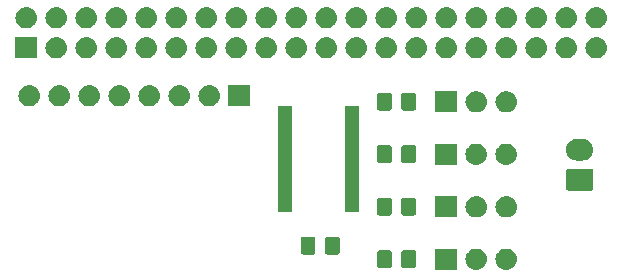
<source format=gbr>
G04 #@! TF.GenerationSoftware,KiCad,Pcbnew,5.0.2-1.fc29*
G04 #@! TF.CreationDate,2019-03-03T12:14:03+01:00*
G04 #@! TF.ProjectId,rpi-extension,7270692d-6578-4746-956e-73696f6e2e6b,rev?*
G04 #@! TF.SameCoordinates,Original*
G04 #@! TF.FileFunction,Soldermask,Top*
G04 #@! TF.FilePolarity,Negative*
%FSLAX46Y46*%
G04 Gerber Fmt 4.6, Leading zero omitted, Abs format (unit mm)*
G04 Created by KiCad (PCBNEW 5.0.2-1.fc29) date Sun 03 Mar 2019 12:14:03 PM CET*
%MOMM*%
%LPD*%
G01*
G04 APERTURE LIST*
%ADD10C,0.100000*%
G04 APERTURE END LIST*
D10*
G36*
X125361000Y-94246000D02*
X123559000Y-94246000D01*
X123559000Y-92444000D01*
X125361000Y-92444000D01*
X125361000Y-94246000D01*
X125361000Y-94246000D01*
G37*
G36*
X129650443Y-92450519D02*
X129716627Y-92457037D01*
X129829853Y-92491384D01*
X129886467Y-92508557D01*
X130025087Y-92582652D01*
X130042991Y-92592222D01*
X130051530Y-92599230D01*
X130180186Y-92704814D01*
X130245978Y-92784983D01*
X130292778Y-92842009D01*
X130292779Y-92842011D01*
X130376443Y-92998533D01*
X130376443Y-92998534D01*
X130427963Y-93168373D01*
X130445359Y-93345000D01*
X130427963Y-93521627D01*
X130393616Y-93634853D01*
X130376443Y-93691467D01*
X130305694Y-93823827D01*
X130292778Y-93847991D01*
X130269032Y-93876925D01*
X130180186Y-93985186D01*
X130101049Y-94050131D01*
X130042991Y-94097778D01*
X130042989Y-94097779D01*
X129886467Y-94181443D01*
X129829853Y-94198616D01*
X129716627Y-94232963D01*
X129650443Y-94239481D01*
X129584260Y-94246000D01*
X129495740Y-94246000D01*
X129429557Y-94239481D01*
X129363373Y-94232963D01*
X129250147Y-94198616D01*
X129193533Y-94181443D01*
X129037011Y-94097779D01*
X129037009Y-94097778D01*
X128978951Y-94050131D01*
X128899814Y-93985186D01*
X128810968Y-93876925D01*
X128787222Y-93847991D01*
X128774306Y-93823827D01*
X128703557Y-93691467D01*
X128686384Y-93634853D01*
X128652037Y-93521627D01*
X128634641Y-93345000D01*
X128652037Y-93168373D01*
X128703557Y-92998534D01*
X128703557Y-92998533D01*
X128787221Y-92842011D01*
X128787222Y-92842009D01*
X128834022Y-92784983D01*
X128899814Y-92704814D01*
X129028470Y-92599230D01*
X129037009Y-92592222D01*
X129054913Y-92582652D01*
X129193533Y-92508557D01*
X129250147Y-92491384D01*
X129363373Y-92457037D01*
X129429557Y-92450519D01*
X129495740Y-92444000D01*
X129584260Y-92444000D01*
X129650443Y-92450519D01*
X129650443Y-92450519D01*
G37*
G36*
X127110443Y-92450519D02*
X127176627Y-92457037D01*
X127289853Y-92491384D01*
X127346467Y-92508557D01*
X127485087Y-92582652D01*
X127502991Y-92592222D01*
X127511530Y-92599230D01*
X127640186Y-92704814D01*
X127705978Y-92784983D01*
X127752778Y-92842009D01*
X127752779Y-92842011D01*
X127836443Y-92998533D01*
X127836443Y-92998534D01*
X127887963Y-93168373D01*
X127905359Y-93345000D01*
X127887963Y-93521627D01*
X127853616Y-93634853D01*
X127836443Y-93691467D01*
X127765694Y-93823827D01*
X127752778Y-93847991D01*
X127729032Y-93876925D01*
X127640186Y-93985186D01*
X127561049Y-94050131D01*
X127502991Y-94097778D01*
X127502989Y-94097779D01*
X127346467Y-94181443D01*
X127289853Y-94198616D01*
X127176627Y-94232963D01*
X127110443Y-94239481D01*
X127044260Y-94246000D01*
X126955740Y-94246000D01*
X126889557Y-94239481D01*
X126823373Y-94232963D01*
X126710147Y-94198616D01*
X126653533Y-94181443D01*
X126497011Y-94097779D01*
X126497009Y-94097778D01*
X126438951Y-94050131D01*
X126359814Y-93985186D01*
X126270968Y-93876925D01*
X126247222Y-93847991D01*
X126234306Y-93823827D01*
X126163557Y-93691467D01*
X126146384Y-93634853D01*
X126112037Y-93521627D01*
X126094641Y-93345000D01*
X126112037Y-93168373D01*
X126163557Y-92998534D01*
X126163557Y-92998533D01*
X126247221Y-92842011D01*
X126247222Y-92842009D01*
X126294022Y-92784983D01*
X126359814Y-92704814D01*
X126488470Y-92599230D01*
X126497009Y-92592222D01*
X126514913Y-92582652D01*
X126653533Y-92508557D01*
X126710147Y-92491384D01*
X126823373Y-92457037D01*
X126889557Y-92450519D01*
X126955740Y-92444000D01*
X127044260Y-92444000D01*
X127110443Y-92450519D01*
X127110443Y-92450519D01*
G37*
G36*
X119707677Y-92598465D02*
X119745364Y-92609898D01*
X119780103Y-92628466D01*
X119810548Y-92653452D01*
X119835534Y-92683897D01*
X119854102Y-92718636D01*
X119865535Y-92756323D01*
X119870000Y-92801661D01*
X119870000Y-93888339D01*
X119865535Y-93933677D01*
X119854102Y-93971364D01*
X119835534Y-94006103D01*
X119810548Y-94036548D01*
X119780103Y-94061534D01*
X119745364Y-94080102D01*
X119707677Y-94091535D01*
X119662339Y-94096000D01*
X118825661Y-94096000D01*
X118780323Y-94091535D01*
X118742636Y-94080102D01*
X118707897Y-94061534D01*
X118677452Y-94036548D01*
X118652466Y-94006103D01*
X118633898Y-93971364D01*
X118622465Y-93933677D01*
X118618000Y-93888339D01*
X118618000Y-92801661D01*
X118622465Y-92756323D01*
X118633898Y-92718636D01*
X118652466Y-92683897D01*
X118677452Y-92653452D01*
X118707897Y-92628466D01*
X118742636Y-92609898D01*
X118780323Y-92598465D01*
X118825661Y-92594000D01*
X119662339Y-92594000D01*
X119707677Y-92598465D01*
X119707677Y-92598465D01*
G37*
G36*
X121757677Y-92598465D02*
X121795364Y-92609898D01*
X121830103Y-92628466D01*
X121860548Y-92653452D01*
X121885534Y-92683897D01*
X121904102Y-92718636D01*
X121915535Y-92756323D01*
X121920000Y-92801661D01*
X121920000Y-93888339D01*
X121915535Y-93933677D01*
X121904102Y-93971364D01*
X121885534Y-94006103D01*
X121860548Y-94036548D01*
X121830103Y-94061534D01*
X121795364Y-94080102D01*
X121757677Y-94091535D01*
X121712339Y-94096000D01*
X120875661Y-94096000D01*
X120830323Y-94091535D01*
X120792636Y-94080102D01*
X120757897Y-94061534D01*
X120727452Y-94036548D01*
X120702466Y-94006103D01*
X120683898Y-93971364D01*
X120672465Y-93933677D01*
X120668000Y-93888339D01*
X120668000Y-92801661D01*
X120672465Y-92756323D01*
X120683898Y-92718636D01*
X120702466Y-92683897D01*
X120727452Y-92653452D01*
X120757897Y-92628466D01*
X120792636Y-92609898D01*
X120830323Y-92598465D01*
X120875661Y-92594000D01*
X121712339Y-92594000D01*
X121757677Y-92598465D01*
X121757677Y-92598465D01*
G37*
G36*
X113239677Y-91455465D02*
X113277364Y-91466898D01*
X113312103Y-91485466D01*
X113342548Y-91510452D01*
X113367534Y-91540897D01*
X113386102Y-91575636D01*
X113397535Y-91613323D01*
X113402000Y-91658661D01*
X113402000Y-92745339D01*
X113397535Y-92790677D01*
X113386102Y-92828364D01*
X113367534Y-92863103D01*
X113342548Y-92893548D01*
X113312103Y-92918534D01*
X113277364Y-92937102D01*
X113239677Y-92948535D01*
X113194339Y-92953000D01*
X112357661Y-92953000D01*
X112312323Y-92948535D01*
X112274636Y-92937102D01*
X112239897Y-92918534D01*
X112209452Y-92893548D01*
X112184466Y-92863103D01*
X112165898Y-92828364D01*
X112154465Y-92790677D01*
X112150000Y-92745339D01*
X112150000Y-91658661D01*
X112154465Y-91613323D01*
X112165898Y-91575636D01*
X112184466Y-91540897D01*
X112209452Y-91510452D01*
X112239897Y-91485466D01*
X112274636Y-91466898D01*
X112312323Y-91455465D01*
X112357661Y-91451000D01*
X113194339Y-91451000D01*
X113239677Y-91455465D01*
X113239677Y-91455465D01*
G37*
G36*
X115289677Y-91455465D02*
X115327364Y-91466898D01*
X115362103Y-91485466D01*
X115392548Y-91510452D01*
X115417534Y-91540897D01*
X115436102Y-91575636D01*
X115447535Y-91613323D01*
X115452000Y-91658661D01*
X115452000Y-92745339D01*
X115447535Y-92790677D01*
X115436102Y-92828364D01*
X115417534Y-92863103D01*
X115392548Y-92893548D01*
X115362103Y-92918534D01*
X115327364Y-92937102D01*
X115289677Y-92948535D01*
X115244339Y-92953000D01*
X114407661Y-92953000D01*
X114362323Y-92948535D01*
X114324636Y-92937102D01*
X114289897Y-92918534D01*
X114259452Y-92893548D01*
X114234466Y-92863103D01*
X114215898Y-92828364D01*
X114204465Y-92790677D01*
X114200000Y-92745339D01*
X114200000Y-91658661D01*
X114204465Y-91613323D01*
X114215898Y-91575636D01*
X114234466Y-91540897D01*
X114259452Y-91510452D01*
X114289897Y-91485466D01*
X114324636Y-91466898D01*
X114362323Y-91455465D01*
X114407661Y-91451000D01*
X115244339Y-91451000D01*
X115289677Y-91455465D01*
X115289677Y-91455465D01*
G37*
G36*
X127110443Y-88005519D02*
X127176627Y-88012037D01*
X127289853Y-88046384D01*
X127346467Y-88063557D01*
X127485087Y-88137652D01*
X127502991Y-88147222D01*
X127524529Y-88164898D01*
X127640186Y-88259814D01*
X127719665Y-88356661D01*
X127752778Y-88397009D01*
X127752779Y-88397011D01*
X127836443Y-88553533D01*
X127836443Y-88553534D01*
X127887963Y-88723373D01*
X127905359Y-88900000D01*
X127887963Y-89076627D01*
X127853616Y-89189853D01*
X127836443Y-89246467D01*
X127801414Y-89312000D01*
X127752778Y-89402991D01*
X127729032Y-89431925D01*
X127640186Y-89540186D01*
X127561049Y-89605131D01*
X127502991Y-89652778D01*
X127502989Y-89652779D01*
X127346467Y-89736443D01*
X127289853Y-89753616D01*
X127176627Y-89787963D01*
X127110443Y-89794481D01*
X127044260Y-89801000D01*
X126955740Y-89801000D01*
X126889557Y-89794481D01*
X126823373Y-89787963D01*
X126710147Y-89753616D01*
X126653533Y-89736443D01*
X126497011Y-89652779D01*
X126497009Y-89652778D01*
X126438951Y-89605131D01*
X126359814Y-89540186D01*
X126270968Y-89431925D01*
X126247222Y-89402991D01*
X126198586Y-89312000D01*
X126163557Y-89246467D01*
X126146384Y-89189853D01*
X126112037Y-89076627D01*
X126094641Y-88900000D01*
X126112037Y-88723373D01*
X126163557Y-88553534D01*
X126163557Y-88553533D01*
X126247221Y-88397011D01*
X126247222Y-88397009D01*
X126280335Y-88356661D01*
X126359814Y-88259814D01*
X126475471Y-88164898D01*
X126497009Y-88147222D01*
X126514913Y-88137652D01*
X126653533Y-88063557D01*
X126710147Y-88046384D01*
X126823373Y-88012037D01*
X126889557Y-88005519D01*
X126955740Y-87999000D01*
X127044260Y-87999000D01*
X127110443Y-88005519D01*
X127110443Y-88005519D01*
G37*
G36*
X125361000Y-89801000D02*
X123559000Y-89801000D01*
X123559000Y-87999000D01*
X125361000Y-87999000D01*
X125361000Y-89801000D01*
X125361000Y-89801000D01*
G37*
G36*
X129650443Y-88005519D02*
X129716627Y-88012037D01*
X129829853Y-88046384D01*
X129886467Y-88063557D01*
X130025087Y-88137652D01*
X130042991Y-88147222D01*
X130064529Y-88164898D01*
X130180186Y-88259814D01*
X130259665Y-88356661D01*
X130292778Y-88397009D01*
X130292779Y-88397011D01*
X130376443Y-88553533D01*
X130376443Y-88553534D01*
X130427963Y-88723373D01*
X130445359Y-88900000D01*
X130427963Y-89076627D01*
X130393616Y-89189853D01*
X130376443Y-89246467D01*
X130341414Y-89312000D01*
X130292778Y-89402991D01*
X130269032Y-89431925D01*
X130180186Y-89540186D01*
X130101049Y-89605131D01*
X130042991Y-89652778D01*
X130042989Y-89652779D01*
X129886467Y-89736443D01*
X129829853Y-89753616D01*
X129716627Y-89787963D01*
X129650443Y-89794481D01*
X129584260Y-89801000D01*
X129495740Y-89801000D01*
X129429557Y-89794481D01*
X129363373Y-89787963D01*
X129250147Y-89753616D01*
X129193533Y-89736443D01*
X129037011Y-89652779D01*
X129037009Y-89652778D01*
X128978951Y-89605131D01*
X128899814Y-89540186D01*
X128810968Y-89431925D01*
X128787222Y-89402991D01*
X128738586Y-89312000D01*
X128703557Y-89246467D01*
X128686384Y-89189853D01*
X128652037Y-89076627D01*
X128634641Y-88900000D01*
X128652037Y-88723373D01*
X128703557Y-88553534D01*
X128703557Y-88553533D01*
X128787221Y-88397011D01*
X128787222Y-88397009D01*
X128820335Y-88356661D01*
X128899814Y-88259814D01*
X129015471Y-88164898D01*
X129037009Y-88147222D01*
X129054913Y-88137652D01*
X129193533Y-88063557D01*
X129250147Y-88046384D01*
X129363373Y-88012037D01*
X129429557Y-88005519D01*
X129495740Y-87999000D01*
X129584260Y-87999000D01*
X129650443Y-88005519D01*
X129650443Y-88005519D01*
G37*
G36*
X121748677Y-88153465D02*
X121786364Y-88164898D01*
X121821103Y-88183466D01*
X121851548Y-88208452D01*
X121876534Y-88238897D01*
X121895102Y-88273636D01*
X121906535Y-88311323D01*
X121911000Y-88356661D01*
X121911000Y-89443339D01*
X121906535Y-89488677D01*
X121895102Y-89526364D01*
X121876534Y-89561103D01*
X121851548Y-89591548D01*
X121821103Y-89616534D01*
X121786364Y-89635102D01*
X121748677Y-89646535D01*
X121703339Y-89651000D01*
X120866661Y-89651000D01*
X120821323Y-89646535D01*
X120783636Y-89635102D01*
X120748897Y-89616534D01*
X120718452Y-89591548D01*
X120693466Y-89561103D01*
X120674898Y-89526364D01*
X120663465Y-89488677D01*
X120659000Y-89443339D01*
X120659000Y-88356661D01*
X120663465Y-88311323D01*
X120674898Y-88273636D01*
X120693466Y-88238897D01*
X120718452Y-88208452D01*
X120748897Y-88183466D01*
X120783636Y-88164898D01*
X120821323Y-88153465D01*
X120866661Y-88149000D01*
X121703339Y-88149000D01*
X121748677Y-88153465D01*
X121748677Y-88153465D01*
G37*
G36*
X119698677Y-88153465D02*
X119736364Y-88164898D01*
X119771103Y-88183466D01*
X119801548Y-88208452D01*
X119826534Y-88238897D01*
X119845102Y-88273636D01*
X119856535Y-88311323D01*
X119861000Y-88356661D01*
X119861000Y-89443339D01*
X119856535Y-89488677D01*
X119845102Y-89526364D01*
X119826534Y-89561103D01*
X119801548Y-89591548D01*
X119771103Y-89616534D01*
X119736364Y-89635102D01*
X119698677Y-89646535D01*
X119653339Y-89651000D01*
X118816661Y-89651000D01*
X118771323Y-89646535D01*
X118733636Y-89635102D01*
X118698897Y-89616534D01*
X118668452Y-89591548D01*
X118643466Y-89561103D01*
X118624898Y-89526364D01*
X118613465Y-89488677D01*
X118609000Y-89443339D01*
X118609000Y-88356661D01*
X118613465Y-88311323D01*
X118624898Y-88273636D01*
X118643466Y-88238897D01*
X118668452Y-88208452D01*
X118698897Y-88183466D01*
X118733636Y-88164898D01*
X118771323Y-88153465D01*
X118816661Y-88149000D01*
X119653339Y-88149000D01*
X119698677Y-88153465D01*
X119698677Y-88153465D01*
G37*
G36*
X111416000Y-89312000D02*
X110214000Y-89312000D01*
X110214000Y-80360000D01*
X111416000Y-80360000D01*
X111416000Y-89312000D01*
X111416000Y-89312000D01*
G37*
G36*
X117116000Y-89312000D02*
X115914000Y-89312000D01*
X115914000Y-80360000D01*
X117116000Y-80360000D01*
X117116000Y-89312000D01*
X117116000Y-89312000D01*
G37*
G36*
X136772560Y-85696966D02*
X136805383Y-85706923D01*
X136835632Y-85723092D01*
X136862148Y-85744852D01*
X136883908Y-85771368D01*
X136900077Y-85801617D01*
X136910034Y-85834440D01*
X136914000Y-85874712D01*
X136914000Y-87353288D01*
X136910034Y-87393560D01*
X136900077Y-87426383D01*
X136883908Y-87456632D01*
X136862148Y-87483148D01*
X136835632Y-87504908D01*
X136805383Y-87521077D01*
X136772560Y-87531034D01*
X136732288Y-87535000D01*
X134793712Y-87535000D01*
X134753440Y-87531034D01*
X134720617Y-87521077D01*
X134690368Y-87504908D01*
X134663852Y-87483148D01*
X134642092Y-87456632D01*
X134625923Y-87426383D01*
X134615966Y-87393560D01*
X134612000Y-87353288D01*
X134612000Y-85874712D01*
X134615966Y-85834440D01*
X134625923Y-85801617D01*
X134642092Y-85771368D01*
X134663852Y-85744852D01*
X134690368Y-85723092D01*
X134720617Y-85706923D01*
X134753440Y-85696966D01*
X134793712Y-85693000D01*
X136732288Y-85693000D01*
X136772560Y-85696966D01*
X136772560Y-85696966D01*
G37*
G36*
X125361000Y-85356000D02*
X123559000Y-85356000D01*
X123559000Y-83554000D01*
X125361000Y-83554000D01*
X125361000Y-85356000D01*
X125361000Y-85356000D01*
G37*
G36*
X127103584Y-83559843D02*
X127176627Y-83567037D01*
X127289853Y-83601384D01*
X127346467Y-83618557D01*
X127485087Y-83692652D01*
X127502991Y-83702222D01*
X127511530Y-83709230D01*
X127640186Y-83814814D01*
X127704723Y-83893454D01*
X127752778Y-83952009D01*
X127752779Y-83952011D01*
X127836443Y-84108533D01*
X127853616Y-84165147D01*
X127887963Y-84278373D01*
X127905359Y-84455000D01*
X127887963Y-84631627D01*
X127853616Y-84744853D01*
X127836443Y-84801467D01*
X127813982Y-84843488D01*
X127752778Y-84957991D01*
X127733342Y-84981674D01*
X127640186Y-85095186D01*
X127561049Y-85160131D01*
X127502991Y-85207778D01*
X127502989Y-85207779D01*
X127346467Y-85291443D01*
X127289853Y-85308616D01*
X127176627Y-85342963D01*
X127110442Y-85349482D01*
X127044260Y-85356000D01*
X126955740Y-85356000D01*
X126889558Y-85349482D01*
X126823373Y-85342963D01*
X126710147Y-85308616D01*
X126653533Y-85291443D01*
X126497011Y-85207779D01*
X126497009Y-85207778D01*
X126438951Y-85160131D01*
X126359814Y-85095186D01*
X126266658Y-84981674D01*
X126247222Y-84957991D01*
X126186018Y-84843488D01*
X126163557Y-84801467D01*
X126146384Y-84744853D01*
X126112037Y-84631627D01*
X126094641Y-84455000D01*
X126112037Y-84278373D01*
X126146384Y-84165147D01*
X126163557Y-84108533D01*
X126247221Y-83952011D01*
X126247222Y-83952009D01*
X126295277Y-83893454D01*
X126359814Y-83814814D01*
X126488470Y-83709230D01*
X126497009Y-83702222D01*
X126514913Y-83692652D01*
X126653533Y-83618557D01*
X126710147Y-83601384D01*
X126823373Y-83567037D01*
X126896416Y-83559843D01*
X126955740Y-83554000D01*
X127044260Y-83554000D01*
X127103584Y-83559843D01*
X127103584Y-83559843D01*
G37*
G36*
X129643584Y-83559843D02*
X129716627Y-83567037D01*
X129829853Y-83601384D01*
X129886467Y-83618557D01*
X130025087Y-83692652D01*
X130042991Y-83702222D01*
X130051530Y-83709230D01*
X130180186Y-83814814D01*
X130244723Y-83893454D01*
X130292778Y-83952009D01*
X130292779Y-83952011D01*
X130376443Y-84108533D01*
X130393616Y-84165147D01*
X130427963Y-84278373D01*
X130445359Y-84455000D01*
X130427963Y-84631627D01*
X130393616Y-84744853D01*
X130376443Y-84801467D01*
X130353982Y-84843488D01*
X130292778Y-84957991D01*
X130273342Y-84981674D01*
X130180186Y-85095186D01*
X130101049Y-85160131D01*
X130042991Y-85207778D01*
X130042989Y-85207779D01*
X129886467Y-85291443D01*
X129829853Y-85308616D01*
X129716627Y-85342963D01*
X129650442Y-85349482D01*
X129584260Y-85356000D01*
X129495740Y-85356000D01*
X129429558Y-85349482D01*
X129363373Y-85342963D01*
X129250147Y-85308616D01*
X129193533Y-85291443D01*
X129037011Y-85207779D01*
X129037009Y-85207778D01*
X128978951Y-85160131D01*
X128899814Y-85095186D01*
X128806658Y-84981674D01*
X128787222Y-84957991D01*
X128726018Y-84843488D01*
X128703557Y-84801467D01*
X128686384Y-84744853D01*
X128652037Y-84631627D01*
X128634641Y-84455000D01*
X128652037Y-84278373D01*
X128686384Y-84165147D01*
X128703557Y-84108533D01*
X128787221Y-83952011D01*
X128787222Y-83952009D01*
X128835277Y-83893454D01*
X128899814Y-83814814D01*
X129028470Y-83709230D01*
X129037009Y-83702222D01*
X129054913Y-83692652D01*
X129193533Y-83618557D01*
X129250147Y-83601384D01*
X129363373Y-83567037D01*
X129436416Y-83559843D01*
X129495740Y-83554000D01*
X129584260Y-83554000D01*
X129643584Y-83559843D01*
X129643584Y-83559843D01*
G37*
G36*
X119698677Y-83708465D02*
X119736364Y-83719898D01*
X119771103Y-83738466D01*
X119801548Y-83763452D01*
X119826534Y-83793897D01*
X119845102Y-83828636D01*
X119856535Y-83866323D01*
X119861000Y-83911661D01*
X119861000Y-84998339D01*
X119856535Y-85043677D01*
X119845102Y-85081364D01*
X119826534Y-85116103D01*
X119801548Y-85146548D01*
X119771103Y-85171534D01*
X119736364Y-85190102D01*
X119698677Y-85201535D01*
X119653339Y-85206000D01*
X118816661Y-85206000D01*
X118771323Y-85201535D01*
X118733636Y-85190102D01*
X118698897Y-85171534D01*
X118668452Y-85146548D01*
X118643466Y-85116103D01*
X118624898Y-85081364D01*
X118613465Y-85043677D01*
X118609000Y-84998339D01*
X118609000Y-83911661D01*
X118613465Y-83866323D01*
X118624898Y-83828636D01*
X118643466Y-83793897D01*
X118668452Y-83763452D01*
X118698897Y-83738466D01*
X118733636Y-83719898D01*
X118771323Y-83708465D01*
X118816661Y-83704000D01*
X119653339Y-83704000D01*
X119698677Y-83708465D01*
X119698677Y-83708465D01*
G37*
G36*
X121748677Y-83708465D02*
X121786364Y-83719898D01*
X121821103Y-83738466D01*
X121851548Y-83763452D01*
X121876534Y-83793897D01*
X121895102Y-83828636D01*
X121906535Y-83866323D01*
X121911000Y-83911661D01*
X121911000Y-84998339D01*
X121906535Y-85043677D01*
X121895102Y-85081364D01*
X121876534Y-85116103D01*
X121851548Y-85146548D01*
X121821103Y-85171534D01*
X121786364Y-85190102D01*
X121748677Y-85201535D01*
X121703339Y-85206000D01*
X120866661Y-85206000D01*
X120821323Y-85201535D01*
X120783636Y-85190102D01*
X120748897Y-85171534D01*
X120718452Y-85146548D01*
X120693466Y-85116103D01*
X120674898Y-85081364D01*
X120663465Y-85043677D01*
X120659000Y-84998339D01*
X120659000Y-83911661D01*
X120663465Y-83866323D01*
X120674898Y-83828636D01*
X120693466Y-83793897D01*
X120718452Y-83763452D01*
X120748897Y-83738466D01*
X120783636Y-83719898D01*
X120821323Y-83708465D01*
X120866661Y-83704000D01*
X121703339Y-83704000D01*
X121748677Y-83708465D01*
X121748677Y-83708465D01*
G37*
G36*
X136083345Y-83157442D02*
X136173548Y-83166326D01*
X136289287Y-83201435D01*
X136347158Y-83218990D01*
X136432679Y-83264702D01*
X136507156Y-83304511D01*
X136647396Y-83419604D01*
X136762489Y-83559844D01*
X136789298Y-83610000D01*
X136848010Y-83719842D01*
X136848010Y-83719843D01*
X136900674Y-83893452D01*
X136918456Y-84074000D01*
X136900674Y-84254548D01*
X136893446Y-84278375D01*
X136848010Y-84428158D01*
X136802298Y-84513679D01*
X136762489Y-84588156D01*
X136647396Y-84728396D01*
X136507156Y-84843489D01*
X136432679Y-84883298D01*
X136347158Y-84929010D01*
X136331278Y-84933827D01*
X136173548Y-84981674D01*
X136083345Y-84990558D01*
X136038245Y-84995000D01*
X135487755Y-84995000D01*
X135442655Y-84990558D01*
X135352452Y-84981674D01*
X135194722Y-84933827D01*
X135178842Y-84929010D01*
X135093321Y-84883298D01*
X135018844Y-84843489D01*
X134878604Y-84728396D01*
X134763511Y-84588156D01*
X134723702Y-84513679D01*
X134677990Y-84428158D01*
X134632554Y-84278375D01*
X134625326Y-84254548D01*
X134607544Y-84074000D01*
X134625326Y-83893452D01*
X134677990Y-83719843D01*
X134677990Y-83719842D01*
X134736702Y-83610000D01*
X134763511Y-83559844D01*
X134878604Y-83419604D01*
X135018844Y-83304511D01*
X135093321Y-83264702D01*
X135178842Y-83218990D01*
X135236713Y-83201435D01*
X135352452Y-83166326D01*
X135442655Y-83157442D01*
X135487755Y-83153000D01*
X136038245Y-83153000D01*
X136083345Y-83157442D01*
X136083345Y-83157442D01*
G37*
G36*
X127110443Y-79115519D02*
X127176627Y-79122037D01*
X127287049Y-79155533D01*
X127346467Y-79173557D01*
X127485087Y-79247652D01*
X127502991Y-79257222D01*
X127511530Y-79264230D01*
X127640186Y-79369814D01*
X127719665Y-79466661D01*
X127752778Y-79507009D01*
X127752779Y-79507011D01*
X127836443Y-79663533D01*
X127853616Y-79720147D01*
X127887963Y-79833373D01*
X127905359Y-80010000D01*
X127887963Y-80186627D01*
X127867289Y-80254779D01*
X127836443Y-80356467D01*
X127811570Y-80403000D01*
X127752778Y-80512991D01*
X127729032Y-80541925D01*
X127640186Y-80650186D01*
X127561049Y-80715131D01*
X127502991Y-80762778D01*
X127502989Y-80762779D01*
X127346467Y-80846443D01*
X127295181Y-80862000D01*
X127176627Y-80897963D01*
X127110442Y-80904482D01*
X127044260Y-80911000D01*
X126955740Y-80911000D01*
X126889558Y-80904482D01*
X126823373Y-80897963D01*
X126704819Y-80862000D01*
X126653533Y-80846443D01*
X126497011Y-80762779D01*
X126497009Y-80762778D01*
X126438951Y-80715131D01*
X126359814Y-80650186D01*
X126270968Y-80541925D01*
X126247222Y-80512991D01*
X126188430Y-80403000D01*
X126163557Y-80356467D01*
X126132711Y-80254779D01*
X126112037Y-80186627D01*
X126094641Y-80010000D01*
X126112037Y-79833373D01*
X126146384Y-79720147D01*
X126163557Y-79663533D01*
X126247221Y-79507011D01*
X126247222Y-79507009D01*
X126280335Y-79466661D01*
X126359814Y-79369814D01*
X126488470Y-79264230D01*
X126497009Y-79257222D01*
X126514913Y-79247652D01*
X126653533Y-79173557D01*
X126712951Y-79155533D01*
X126823373Y-79122037D01*
X126889557Y-79115519D01*
X126955740Y-79109000D01*
X127044260Y-79109000D01*
X127110443Y-79115519D01*
X127110443Y-79115519D01*
G37*
G36*
X129650443Y-79115519D02*
X129716627Y-79122037D01*
X129827049Y-79155533D01*
X129886467Y-79173557D01*
X130025087Y-79247652D01*
X130042991Y-79257222D01*
X130051530Y-79264230D01*
X130180186Y-79369814D01*
X130259665Y-79466661D01*
X130292778Y-79507009D01*
X130292779Y-79507011D01*
X130376443Y-79663533D01*
X130393616Y-79720147D01*
X130427963Y-79833373D01*
X130445359Y-80010000D01*
X130427963Y-80186627D01*
X130407289Y-80254779D01*
X130376443Y-80356467D01*
X130351570Y-80403000D01*
X130292778Y-80512991D01*
X130269032Y-80541925D01*
X130180186Y-80650186D01*
X130101049Y-80715131D01*
X130042991Y-80762778D01*
X130042989Y-80762779D01*
X129886467Y-80846443D01*
X129835181Y-80862000D01*
X129716627Y-80897963D01*
X129650442Y-80904482D01*
X129584260Y-80911000D01*
X129495740Y-80911000D01*
X129429558Y-80904482D01*
X129363373Y-80897963D01*
X129244819Y-80862000D01*
X129193533Y-80846443D01*
X129037011Y-80762779D01*
X129037009Y-80762778D01*
X128978951Y-80715131D01*
X128899814Y-80650186D01*
X128810968Y-80541925D01*
X128787222Y-80512991D01*
X128728430Y-80403000D01*
X128703557Y-80356467D01*
X128672711Y-80254779D01*
X128652037Y-80186627D01*
X128634641Y-80010000D01*
X128652037Y-79833373D01*
X128686384Y-79720147D01*
X128703557Y-79663533D01*
X128787221Y-79507011D01*
X128787222Y-79507009D01*
X128820335Y-79466661D01*
X128899814Y-79369814D01*
X129028470Y-79264230D01*
X129037009Y-79257222D01*
X129054913Y-79247652D01*
X129193533Y-79173557D01*
X129252951Y-79155533D01*
X129363373Y-79122037D01*
X129429557Y-79115519D01*
X129495740Y-79109000D01*
X129584260Y-79109000D01*
X129650443Y-79115519D01*
X129650443Y-79115519D01*
G37*
G36*
X125361000Y-80911000D02*
X123559000Y-80911000D01*
X123559000Y-79109000D01*
X125361000Y-79109000D01*
X125361000Y-80911000D01*
X125361000Y-80911000D01*
G37*
G36*
X121748677Y-79263465D02*
X121786364Y-79274898D01*
X121821103Y-79293466D01*
X121851548Y-79318452D01*
X121876534Y-79348897D01*
X121895102Y-79383636D01*
X121906535Y-79421323D01*
X121911000Y-79466661D01*
X121911000Y-80553339D01*
X121906535Y-80598677D01*
X121895102Y-80636364D01*
X121876534Y-80671103D01*
X121851548Y-80701548D01*
X121821103Y-80726534D01*
X121786364Y-80745102D01*
X121748677Y-80756535D01*
X121703339Y-80761000D01*
X120866661Y-80761000D01*
X120821323Y-80756535D01*
X120783636Y-80745102D01*
X120748897Y-80726534D01*
X120718452Y-80701548D01*
X120693466Y-80671103D01*
X120674898Y-80636364D01*
X120663465Y-80598677D01*
X120659000Y-80553339D01*
X120659000Y-79466661D01*
X120663465Y-79421323D01*
X120674898Y-79383636D01*
X120693466Y-79348897D01*
X120718452Y-79318452D01*
X120748897Y-79293466D01*
X120783636Y-79274898D01*
X120821323Y-79263465D01*
X120866661Y-79259000D01*
X121703339Y-79259000D01*
X121748677Y-79263465D01*
X121748677Y-79263465D01*
G37*
G36*
X119698677Y-79263465D02*
X119736364Y-79274898D01*
X119771103Y-79293466D01*
X119801548Y-79318452D01*
X119826534Y-79348897D01*
X119845102Y-79383636D01*
X119856535Y-79421323D01*
X119861000Y-79466661D01*
X119861000Y-80553339D01*
X119856535Y-80598677D01*
X119845102Y-80636364D01*
X119826534Y-80671103D01*
X119801548Y-80701548D01*
X119771103Y-80726534D01*
X119736364Y-80745102D01*
X119698677Y-80756535D01*
X119653339Y-80761000D01*
X118816661Y-80761000D01*
X118771323Y-80756535D01*
X118733636Y-80745102D01*
X118698897Y-80726534D01*
X118668452Y-80701548D01*
X118643466Y-80671103D01*
X118624898Y-80636364D01*
X118613465Y-80598677D01*
X118609000Y-80553339D01*
X118609000Y-79466661D01*
X118613465Y-79421323D01*
X118624898Y-79383636D01*
X118643466Y-79348897D01*
X118668452Y-79318452D01*
X118698897Y-79293466D01*
X118733636Y-79274898D01*
X118771323Y-79263465D01*
X118816661Y-79259000D01*
X119653339Y-79259000D01*
X119698677Y-79263465D01*
X119698677Y-79263465D01*
G37*
G36*
X99424442Y-78607518D02*
X99490627Y-78614037D01*
X99603853Y-78648384D01*
X99660467Y-78665557D01*
X99799087Y-78739652D01*
X99816991Y-78749222D01*
X99852729Y-78778552D01*
X99954186Y-78861814D01*
X100037448Y-78963271D01*
X100066778Y-78999009D01*
X100066779Y-78999011D01*
X100150443Y-79155533D01*
X100150443Y-79155534D01*
X100201963Y-79325373D01*
X100219359Y-79502000D01*
X100201963Y-79678627D01*
X100167616Y-79791853D01*
X100150443Y-79848467D01*
X100076348Y-79987087D01*
X100066778Y-80004991D01*
X100062667Y-80010000D01*
X99954186Y-80142186D01*
X99852729Y-80225448D01*
X99816991Y-80254778D01*
X99816989Y-80254779D01*
X99660467Y-80338443D01*
X99603853Y-80355616D01*
X99490627Y-80389963D01*
X99424442Y-80396482D01*
X99358260Y-80403000D01*
X99269740Y-80403000D01*
X99203558Y-80396482D01*
X99137373Y-80389963D01*
X99024147Y-80355616D01*
X98967533Y-80338443D01*
X98811011Y-80254779D01*
X98811009Y-80254778D01*
X98775271Y-80225448D01*
X98673814Y-80142186D01*
X98565333Y-80010000D01*
X98561222Y-80004991D01*
X98551652Y-79987087D01*
X98477557Y-79848467D01*
X98460384Y-79791853D01*
X98426037Y-79678627D01*
X98408641Y-79502000D01*
X98426037Y-79325373D01*
X98477557Y-79155534D01*
X98477557Y-79155533D01*
X98561221Y-78999011D01*
X98561222Y-78999009D01*
X98590552Y-78963271D01*
X98673814Y-78861814D01*
X98775271Y-78778552D01*
X98811009Y-78749222D01*
X98828913Y-78739652D01*
X98967533Y-78665557D01*
X99024147Y-78648384D01*
X99137373Y-78614037D01*
X99203558Y-78607518D01*
X99269740Y-78601000D01*
X99358260Y-78601000D01*
X99424442Y-78607518D01*
X99424442Y-78607518D01*
G37*
G36*
X96884442Y-78607518D02*
X96950627Y-78614037D01*
X97063853Y-78648384D01*
X97120467Y-78665557D01*
X97259087Y-78739652D01*
X97276991Y-78749222D01*
X97312729Y-78778552D01*
X97414186Y-78861814D01*
X97497448Y-78963271D01*
X97526778Y-78999009D01*
X97526779Y-78999011D01*
X97610443Y-79155533D01*
X97610443Y-79155534D01*
X97661963Y-79325373D01*
X97679359Y-79502000D01*
X97661963Y-79678627D01*
X97627616Y-79791853D01*
X97610443Y-79848467D01*
X97536348Y-79987087D01*
X97526778Y-80004991D01*
X97522667Y-80010000D01*
X97414186Y-80142186D01*
X97312729Y-80225448D01*
X97276991Y-80254778D01*
X97276989Y-80254779D01*
X97120467Y-80338443D01*
X97063853Y-80355616D01*
X96950627Y-80389963D01*
X96884442Y-80396482D01*
X96818260Y-80403000D01*
X96729740Y-80403000D01*
X96663558Y-80396482D01*
X96597373Y-80389963D01*
X96484147Y-80355616D01*
X96427533Y-80338443D01*
X96271011Y-80254779D01*
X96271009Y-80254778D01*
X96235271Y-80225448D01*
X96133814Y-80142186D01*
X96025333Y-80010000D01*
X96021222Y-80004991D01*
X96011652Y-79987087D01*
X95937557Y-79848467D01*
X95920384Y-79791853D01*
X95886037Y-79678627D01*
X95868641Y-79502000D01*
X95886037Y-79325373D01*
X95937557Y-79155534D01*
X95937557Y-79155533D01*
X96021221Y-78999011D01*
X96021222Y-78999009D01*
X96050552Y-78963271D01*
X96133814Y-78861814D01*
X96235271Y-78778552D01*
X96271009Y-78749222D01*
X96288913Y-78739652D01*
X96427533Y-78665557D01*
X96484147Y-78648384D01*
X96597373Y-78614037D01*
X96663558Y-78607518D01*
X96729740Y-78601000D01*
X96818260Y-78601000D01*
X96884442Y-78607518D01*
X96884442Y-78607518D01*
G37*
G36*
X94344442Y-78607518D02*
X94410627Y-78614037D01*
X94523853Y-78648384D01*
X94580467Y-78665557D01*
X94719087Y-78739652D01*
X94736991Y-78749222D01*
X94772729Y-78778552D01*
X94874186Y-78861814D01*
X94957448Y-78963271D01*
X94986778Y-78999009D01*
X94986779Y-78999011D01*
X95070443Y-79155533D01*
X95070443Y-79155534D01*
X95121963Y-79325373D01*
X95139359Y-79502000D01*
X95121963Y-79678627D01*
X95087616Y-79791853D01*
X95070443Y-79848467D01*
X94996348Y-79987087D01*
X94986778Y-80004991D01*
X94982667Y-80010000D01*
X94874186Y-80142186D01*
X94772729Y-80225448D01*
X94736991Y-80254778D01*
X94736989Y-80254779D01*
X94580467Y-80338443D01*
X94523853Y-80355616D01*
X94410627Y-80389963D01*
X94344442Y-80396482D01*
X94278260Y-80403000D01*
X94189740Y-80403000D01*
X94123558Y-80396482D01*
X94057373Y-80389963D01*
X93944147Y-80355616D01*
X93887533Y-80338443D01*
X93731011Y-80254779D01*
X93731009Y-80254778D01*
X93695271Y-80225448D01*
X93593814Y-80142186D01*
X93485333Y-80010000D01*
X93481222Y-80004991D01*
X93471652Y-79987087D01*
X93397557Y-79848467D01*
X93380384Y-79791853D01*
X93346037Y-79678627D01*
X93328641Y-79502000D01*
X93346037Y-79325373D01*
X93397557Y-79155534D01*
X93397557Y-79155533D01*
X93481221Y-78999011D01*
X93481222Y-78999009D01*
X93510552Y-78963271D01*
X93593814Y-78861814D01*
X93695271Y-78778552D01*
X93731009Y-78749222D01*
X93748913Y-78739652D01*
X93887533Y-78665557D01*
X93944147Y-78648384D01*
X94057373Y-78614037D01*
X94123558Y-78607518D01*
X94189740Y-78601000D01*
X94278260Y-78601000D01*
X94344442Y-78607518D01*
X94344442Y-78607518D01*
G37*
G36*
X91804442Y-78607518D02*
X91870627Y-78614037D01*
X91983853Y-78648384D01*
X92040467Y-78665557D01*
X92179087Y-78739652D01*
X92196991Y-78749222D01*
X92232729Y-78778552D01*
X92334186Y-78861814D01*
X92417448Y-78963271D01*
X92446778Y-78999009D01*
X92446779Y-78999011D01*
X92530443Y-79155533D01*
X92530443Y-79155534D01*
X92581963Y-79325373D01*
X92599359Y-79502000D01*
X92581963Y-79678627D01*
X92547616Y-79791853D01*
X92530443Y-79848467D01*
X92456348Y-79987087D01*
X92446778Y-80004991D01*
X92442667Y-80010000D01*
X92334186Y-80142186D01*
X92232729Y-80225448D01*
X92196991Y-80254778D01*
X92196989Y-80254779D01*
X92040467Y-80338443D01*
X91983853Y-80355616D01*
X91870627Y-80389963D01*
X91804442Y-80396482D01*
X91738260Y-80403000D01*
X91649740Y-80403000D01*
X91583558Y-80396482D01*
X91517373Y-80389963D01*
X91404147Y-80355616D01*
X91347533Y-80338443D01*
X91191011Y-80254779D01*
X91191009Y-80254778D01*
X91155271Y-80225448D01*
X91053814Y-80142186D01*
X90945333Y-80010000D01*
X90941222Y-80004991D01*
X90931652Y-79987087D01*
X90857557Y-79848467D01*
X90840384Y-79791853D01*
X90806037Y-79678627D01*
X90788641Y-79502000D01*
X90806037Y-79325373D01*
X90857557Y-79155534D01*
X90857557Y-79155533D01*
X90941221Y-78999011D01*
X90941222Y-78999009D01*
X90970552Y-78963271D01*
X91053814Y-78861814D01*
X91155271Y-78778552D01*
X91191009Y-78749222D01*
X91208913Y-78739652D01*
X91347533Y-78665557D01*
X91404147Y-78648384D01*
X91517373Y-78614037D01*
X91583558Y-78607518D01*
X91649740Y-78601000D01*
X91738260Y-78601000D01*
X91804442Y-78607518D01*
X91804442Y-78607518D01*
G37*
G36*
X107835000Y-80403000D02*
X106033000Y-80403000D01*
X106033000Y-78601000D01*
X107835000Y-78601000D01*
X107835000Y-80403000D01*
X107835000Y-80403000D01*
G37*
G36*
X89264442Y-78607518D02*
X89330627Y-78614037D01*
X89443853Y-78648384D01*
X89500467Y-78665557D01*
X89639087Y-78739652D01*
X89656991Y-78749222D01*
X89692729Y-78778552D01*
X89794186Y-78861814D01*
X89877448Y-78963271D01*
X89906778Y-78999009D01*
X89906779Y-78999011D01*
X89990443Y-79155533D01*
X89990443Y-79155534D01*
X90041963Y-79325373D01*
X90059359Y-79502000D01*
X90041963Y-79678627D01*
X90007616Y-79791853D01*
X89990443Y-79848467D01*
X89916348Y-79987087D01*
X89906778Y-80004991D01*
X89902667Y-80010000D01*
X89794186Y-80142186D01*
X89692729Y-80225448D01*
X89656991Y-80254778D01*
X89656989Y-80254779D01*
X89500467Y-80338443D01*
X89443853Y-80355616D01*
X89330627Y-80389963D01*
X89264442Y-80396482D01*
X89198260Y-80403000D01*
X89109740Y-80403000D01*
X89043558Y-80396482D01*
X88977373Y-80389963D01*
X88864147Y-80355616D01*
X88807533Y-80338443D01*
X88651011Y-80254779D01*
X88651009Y-80254778D01*
X88615271Y-80225448D01*
X88513814Y-80142186D01*
X88405333Y-80010000D01*
X88401222Y-80004991D01*
X88391652Y-79987087D01*
X88317557Y-79848467D01*
X88300384Y-79791853D01*
X88266037Y-79678627D01*
X88248641Y-79502000D01*
X88266037Y-79325373D01*
X88317557Y-79155534D01*
X88317557Y-79155533D01*
X88401221Y-78999011D01*
X88401222Y-78999009D01*
X88430552Y-78963271D01*
X88513814Y-78861814D01*
X88615271Y-78778552D01*
X88651009Y-78749222D01*
X88668913Y-78739652D01*
X88807533Y-78665557D01*
X88864147Y-78648384D01*
X88977373Y-78614037D01*
X89043558Y-78607518D01*
X89109740Y-78601000D01*
X89198260Y-78601000D01*
X89264442Y-78607518D01*
X89264442Y-78607518D01*
G37*
G36*
X101964442Y-78607518D02*
X102030627Y-78614037D01*
X102143853Y-78648384D01*
X102200467Y-78665557D01*
X102339087Y-78739652D01*
X102356991Y-78749222D01*
X102392729Y-78778552D01*
X102494186Y-78861814D01*
X102577448Y-78963271D01*
X102606778Y-78999009D01*
X102606779Y-78999011D01*
X102690443Y-79155533D01*
X102690443Y-79155534D01*
X102741963Y-79325373D01*
X102759359Y-79502000D01*
X102741963Y-79678627D01*
X102707616Y-79791853D01*
X102690443Y-79848467D01*
X102616348Y-79987087D01*
X102606778Y-80004991D01*
X102602667Y-80010000D01*
X102494186Y-80142186D01*
X102392729Y-80225448D01*
X102356991Y-80254778D01*
X102356989Y-80254779D01*
X102200467Y-80338443D01*
X102143853Y-80355616D01*
X102030627Y-80389963D01*
X101964442Y-80396482D01*
X101898260Y-80403000D01*
X101809740Y-80403000D01*
X101743558Y-80396482D01*
X101677373Y-80389963D01*
X101564147Y-80355616D01*
X101507533Y-80338443D01*
X101351011Y-80254779D01*
X101351009Y-80254778D01*
X101315271Y-80225448D01*
X101213814Y-80142186D01*
X101105333Y-80010000D01*
X101101222Y-80004991D01*
X101091652Y-79987087D01*
X101017557Y-79848467D01*
X101000384Y-79791853D01*
X100966037Y-79678627D01*
X100948641Y-79502000D01*
X100966037Y-79325373D01*
X101017557Y-79155534D01*
X101017557Y-79155533D01*
X101101221Y-78999011D01*
X101101222Y-78999009D01*
X101130552Y-78963271D01*
X101213814Y-78861814D01*
X101315271Y-78778552D01*
X101351009Y-78749222D01*
X101368913Y-78739652D01*
X101507533Y-78665557D01*
X101564147Y-78648384D01*
X101677373Y-78614037D01*
X101743558Y-78607518D01*
X101809740Y-78601000D01*
X101898260Y-78601000D01*
X101964442Y-78607518D01*
X101964442Y-78607518D01*
G37*
G36*
X104504442Y-78607518D02*
X104570627Y-78614037D01*
X104683853Y-78648384D01*
X104740467Y-78665557D01*
X104879087Y-78739652D01*
X104896991Y-78749222D01*
X104932729Y-78778552D01*
X105034186Y-78861814D01*
X105117448Y-78963271D01*
X105146778Y-78999009D01*
X105146779Y-78999011D01*
X105230443Y-79155533D01*
X105230443Y-79155534D01*
X105281963Y-79325373D01*
X105299359Y-79502000D01*
X105281963Y-79678627D01*
X105247616Y-79791853D01*
X105230443Y-79848467D01*
X105156348Y-79987087D01*
X105146778Y-80004991D01*
X105142667Y-80010000D01*
X105034186Y-80142186D01*
X104932729Y-80225448D01*
X104896991Y-80254778D01*
X104896989Y-80254779D01*
X104740467Y-80338443D01*
X104683853Y-80355616D01*
X104570627Y-80389963D01*
X104504442Y-80396482D01*
X104438260Y-80403000D01*
X104349740Y-80403000D01*
X104283558Y-80396482D01*
X104217373Y-80389963D01*
X104104147Y-80355616D01*
X104047533Y-80338443D01*
X103891011Y-80254779D01*
X103891009Y-80254778D01*
X103855271Y-80225448D01*
X103753814Y-80142186D01*
X103645333Y-80010000D01*
X103641222Y-80004991D01*
X103631652Y-79987087D01*
X103557557Y-79848467D01*
X103540384Y-79791853D01*
X103506037Y-79678627D01*
X103488641Y-79502000D01*
X103506037Y-79325373D01*
X103557557Y-79155534D01*
X103557557Y-79155533D01*
X103641221Y-78999011D01*
X103641222Y-78999009D01*
X103670552Y-78963271D01*
X103753814Y-78861814D01*
X103855271Y-78778552D01*
X103891009Y-78749222D01*
X103908913Y-78739652D01*
X104047533Y-78665557D01*
X104104147Y-78648384D01*
X104217373Y-78614037D01*
X104283558Y-78607518D01*
X104349740Y-78601000D01*
X104438260Y-78601000D01*
X104504442Y-78607518D01*
X104504442Y-78607518D01*
G37*
G36*
X94090443Y-74543519D02*
X94156627Y-74550037D01*
X94269853Y-74584384D01*
X94326467Y-74601557D01*
X94465087Y-74675652D01*
X94482991Y-74685222D01*
X94518729Y-74714552D01*
X94620186Y-74797814D01*
X94703448Y-74899271D01*
X94732778Y-74935009D01*
X94732779Y-74935011D01*
X94816443Y-75091533D01*
X94816443Y-75091534D01*
X94867963Y-75261373D01*
X94885359Y-75438000D01*
X94867963Y-75614627D01*
X94833616Y-75727853D01*
X94816443Y-75784467D01*
X94742348Y-75923087D01*
X94732778Y-75940991D01*
X94703448Y-75976729D01*
X94620186Y-76078186D01*
X94518729Y-76161448D01*
X94482991Y-76190778D01*
X94482989Y-76190779D01*
X94326467Y-76274443D01*
X94269853Y-76291616D01*
X94156627Y-76325963D01*
X94090442Y-76332482D01*
X94024260Y-76339000D01*
X93935740Y-76339000D01*
X93869558Y-76332482D01*
X93803373Y-76325963D01*
X93690147Y-76291616D01*
X93633533Y-76274443D01*
X93477011Y-76190779D01*
X93477009Y-76190778D01*
X93441271Y-76161448D01*
X93339814Y-76078186D01*
X93256552Y-75976729D01*
X93227222Y-75940991D01*
X93217652Y-75923087D01*
X93143557Y-75784467D01*
X93126384Y-75727853D01*
X93092037Y-75614627D01*
X93074641Y-75438000D01*
X93092037Y-75261373D01*
X93143557Y-75091534D01*
X93143557Y-75091533D01*
X93227221Y-74935011D01*
X93227222Y-74935009D01*
X93256552Y-74899271D01*
X93339814Y-74797814D01*
X93441271Y-74714552D01*
X93477009Y-74685222D01*
X93494913Y-74675652D01*
X93633533Y-74601557D01*
X93690147Y-74584384D01*
X93803373Y-74550037D01*
X93869557Y-74543519D01*
X93935740Y-74537000D01*
X94024260Y-74537000D01*
X94090443Y-74543519D01*
X94090443Y-74543519D01*
G37*
G36*
X124570443Y-74543519D02*
X124636627Y-74550037D01*
X124749853Y-74584384D01*
X124806467Y-74601557D01*
X124945087Y-74675652D01*
X124962991Y-74685222D01*
X124998729Y-74714552D01*
X125100186Y-74797814D01*
X125183448Y-74899271D01*
X125212778Y-74935009D01*
X125212779Y-74935011D01*
X125296443Y-75091533D01*
X125296443Y-75091534D01*
X125347963Y-75261373D01*
X125365359Y-75438000D01*
X125347963Y-75614627D01*
X125313616Y-75727853D01*
X125296443Y-75784467D01*
X125222348Y-75923087D01*
X125212778Y-75940991D01*
X125183448Y-75976729D01*
X125100186Y-76078186D01*
X124998729Y-76161448D01*
X124962991Y-76190778D01*
X124962989Y-76190779D01*
X124806467Y-76274443D01*
X124749853Y-76291616D01*
X124636627Y-76325963D01*
X124570442Y-76332482D01*
X124504260Y-76339000D01*
X124415740Y-76339000D01*
X124349558Y-76332482D01*
X124283373Y-76325963D01*
X124170147Y-76291616D01*
X124113533Y-76274443D01*
X123957011Y-76190779D01*
X123957009Y-76190778D01*
X123921271Y-76161448D01*
X123819814Y-76078186D01*
X123736552Y-75976729D01*
X123707222Y-75940991D01*
X123697652Y-75923087D01*
X123623557Y-75784467D01*
X123606384Y-75727853D01*
X123572037Y-75614627D01*
X123554641Y-75438000D01*
X123572037Y-75261373D01*
X123623557Y-75091534D01*
X123623557Y-75091533D01*
X123707221Y-74935011D01*
X123707222Y-74935009D01*
X123736552Y-74899271D01*
X123819814Y-74797814D01*
X123921271Y-74714552D01*
X123957009Y-74685222D01*
X123974913Y-74675652D01*
X124113533Y-74601557D01*
X124170147Y-74584384D01*
X124283373Y-74550037D01*
X124349557Y-74543519D01*
X124415740Y-74537000D01*
X124504260Y-74537000D01*
X124570443Y-74543519D01*
X124570443Y-74543519D01*
G37*
G36*
X127110443Y-74543519D02*
X127176627Y-74550037D01*
X127289853Y-74584384D01*
X127346467Y-74601557D01*
X127485087Y-74675652D01*
X127502991Y-74685222D01*
X127538729Y-74714552D01*
X127640186Y-74797814D01*
X127723448Y-74899271D01*
X127752778Y-74935009D01*
X127752779Y-74935011D01*
X127836443Y-75091533D01*
X127836443Y-75091534D01*
X127887963Y-75261373D01*
X127905359Y-75438000D01*
X127887963Y-75614627D01*
X127853616Y-75727853D01*
X127836443Y-75784467D01*
X127762348Y-75923087D01*
X127752778Y-75940991D01*
X127723448Y-75976729D01*
X127640186Y-76078186D01*
X127538729Y-76161448D01*
X127502991Y-76190778D01*
X127502989Y-76190779D01*
X127346467Y-76274443D01*
X127289853Y-76291616D01*
X127176627Y-76325963D01*
X127110442Y-76332482D01*
X127044260Y-76339000D01*
X126955740Y-76339000D01*
X126889558Y-76332482D01*
X126823373Y-76325963D01*
X126710147Y-76291616D01*
X126653533Y-76274443D01*
X126497011Y-76190779D01*
X126497009Y-76190778D01*
X126461271Y-76161448D01*
X126359814Y-76078186D01*
X126276552Y-75976729D01*
X126247222Y-75940991D01*
X126237652Y-75923087D01*
X126163557Y-75784467D01*
X126146384Y-75727853D01*
X126112037Y-75614627D01*
X126094641Y-75438000D01*
X126112037Y-75261373D01*
X126163557Y-75091534D01*
X126163557Y-75091533D01*
X126247221Y-74935011D01*
X126247222Y-74935009D01*
X126276552Y-74899271D01*
X126359814Y-74797814D01*
X126461271Y-74714552D01*
X126497009Y-74685222D01*
X126514913Y-74675652D01*
X126653533Y-74601557D01*
X126710147Y-74584384D01*
X126823373Y-74550037D01*
X126889557Y-74543519D01*
X126955740Y-74537000D01*
X127044260Y-74537000D01*
X127110443Y-74543519D01*
X127110443Y-74543519D01*
G37*
G36*
X129650443Y-74543519D02*
X129716627Y-74550037D01*
X129829853Y-74584384D01*
X129886467Y-74601557D01*
X130025087Y-74675652D01*
X130042991Y-74685222D01*
X130078729Y-74714552D01*
X130180186Y-74797814D01*
X130263448Y-74899271D01*
X130292778Y-74935009D01*
X130292779Y-74935011D01*
X130376443Y-75091533D01*
X130376443Y-75091534D01*
X130427963Y-75261373D01*
X130445359Y-75438000D01*
X130427963Y-75614627D01*
X130393616Y-75727853D01*
X130376443Y-75784467D01*
X130302348Y-75923087D01*
X130292778Y-75940991D01*
X130263448Y-75976729D01*
X130180186Y-76078186D01*
X130078729Y-76161448D01*
X130042991Y-76190778D01*
X130042989Y-76190779D01*
X129886467Y-76274443D01*
X129829853Y-76291616D01*
X129716627Y-76325963D01*
X129650442Y-76332482D01*
X129584260Y-76339000D01*
X129495740Y-76339000D01*
X129429558Y-76332482D01*
X129363373Y-76325963D01*
X129250147Y-76291616D01*
X129193533Y-76274443D01*
X129037011Y-76190779D01*
X129037009Y-76190778D01*
X129001271Y-76161448D01*
X128899814Y-76078186D01*
X128816552Y-75976729D01*
X128787222Y-75940991D01*
X128777652Y-75923087D01*
X128703557Y-75784467D01*
X128686384Y-75727853D01*
X128652037Y-75614627D01*
X128634641Y-75438000D01*
X128652037Y-75261373D01*
X128703557Y-75091534D01*
X128703557Y-75091533D01*
X128787221Y-74935011D01*
X128787222Y-74935009D01*
X128816552Y-74899271D01*
X128899814Y-74797814D01*
X129001271Y-74714552D01*
X129037009Y-74685222D01*
X129054913Y-74675652D01*
X129193533Y-74601557D01*
X129250147Y-74584384D01*
X129363373Y-74550037D01*
X129429557Y-74543519D01*
X129495740Y-74537000D01*
X129584260Y-74537000D01*
X129650443Y-74543519D01*
X129650443Y-74543519D01*
G37*
G36*
X132190443Y-74543519D02*
X132256627Y-74550037D01*
X132369853Y-74584384D01*
X132426467Y-74601557D01*
X132565087Y-74675652D01*
X132582991Y-74685222D01*
X132618729Y-74714552D01*
X132720186Y-74797814D01*
X132803448Y-74899271D01*
X132832778Y-74935009D01*
X132832779Y-74935011D01*
X132916443Y-75091533D01*
X132916443Y-75091534D01*
X132967963Y-75261373D01*
X132985359Y-75438000D01*
X132967963Y-75614627D01*
X132933616Y-75727853D01*
X132916443Y-75784467D01*
X132842348Y-75923087D01*
X132832778Y-75940991D01*
X132803448Y-75976729D01*
X132720186Y-76078186D01*
X132618729Y-76161448D01*
X132582991Y-76190778D01*
X132582989Y-76190779D01*
X132426467Y-76274443D01*
X132369853Y-76291616D01*
X132256627Y-76325963D01*
X132190442Y-76332482D01*
X132124260Y-76339000D01*
X132035740Y-76339000D01*
X131969558Y-76332482D01*
X131903373Y-76325963D01*
X131790147Y-76291616D01*
X131733533Y-76274443D01*
X131577011Y-76190779D01*
X131577009Y-76190778D01*
X131541271Y-76161448D01*
X131439814Y-76078186D01*
X131356552Y-75976729D01*
X131327222Y-75940991D01*
X131317652Y-75923087D01*
X131243557Y-75784467D01*
X131226384Y-75727853D01*
X131192037Y-75614627D01*
X131174641Y-75438000D01*
X131192037Y-75261373D01*
X131243557Y-75091534D01*
X131243557Y-75091533D01*
X131327221Y-74935011D01*
X131327222Y-74935009D01*
X131356552Y-74899271D01*
X131439814Y-74797814D01*
X131541271Y-74714552D01*
X131577009Y-74685222D01*
X131594913Y-74675652D01*
X131733533Y-74601557D01*
X131790147Y-74584384D01*
X131903373Y-74550037D01*
X131969557Y-74543519D01*
X132035740Y-74537000D01*
X132124260Y-74537000D01*
X132190443Y-74543519D01*
X132190443Y-74543519D01*
G37*
G36*
X134730443Y-74543519D02*
X134796627Y-74550037D01*
X134909853Y-74584384D01*
X134966467Y-74601557D01*
X135105087Y-74675652D01*
X135122991Y-74685222D01*
X135158729Y-74714552D01*
X135260186Y-74797814D01*
X135343448Y-74899271D01*
X135372778Y-74935009D01*
X135372779Y-74935011D01*
X135456443Y-75091533D01*
X135456443Y-75091534D01*
X135507963Y-75261373D01*
X135525359Y-75438000D01*
X135507963Y-75614627D01*
X135473616Y-75727853D01*
X135456443Y-75784467D01*
X135382348Y-75923087D01*
X135372778Y-75940991D01*
X135343448Y-75976729D01*
X135260186Y-76078186D01*
X135158729Y-76161448D01*
X135122991Y-76190778D01*
X135122989Y-76190779D01*
X134966467Y-76274443D01*
X134909853Y-76291616D01*
X134796627Y-76325963D01*
X134730442Y-76332482D01*
X134664260Y-76339000D01*
X134575740Y-76339000D01*
X134509558Y-76332482D01*
X134443373Y-76325963D01*
X134330147Y-76291616D01*
X134273533Y-76274443D01*
X134117011Y-76190779D01*
X134117009Y-76190778D01*
X134081271Y-76161448D01*
X133979814Y-76078186D01*
X133896552Y-75976729D01*
X133867222Y-75940991D01*
X133857652Y-75923087D01*
X133783557Y-75784467D01*
X133766384Y-75727853D01*
X133732037Y-75614627D01*
X133714641Y-75438000D01*
X133732037Y-75261373D01*
X133783557Y-75091534D01*
X133783557Y-75091533D01*
X133867221Y-74935011D01*
X133867222Y-74935009D01*
X133896552Y-74899271D01*
X133979814Y-74797814D01*
X134081271Y-74714552D01*
X134117009Y-74685222D01*
X134134913Y-74675652D01*
X134273533Y-74601557D01*
X134330147Y-74584384D01*
X134443373Y-74550037D01*
X134509557Y-74543519D01*
X134575740Y-74537000D01*
X134664260Y-74537000D01*
X134730443Y-74543519D01*
X134730443Y-74543519D01*
G37*
G36*
X101710443Y-74543519D02*
X101776627Y-74550037D01*
X101889853Y-74584384D01*
X101946467Y-74601557D01*
X102085087Y-74675652D01*
X102102991Y-74685222D01*
X102138729Y-74714552D01*
X102240186Y-74797814D01*
X102323448Y-74899271D01*
X102352778Y-74935009D01*
X102352779Y-74935011D01*
X102436443Y-75091533D01*
X102436443Y-75091534D01*
X102487963Y-75261373D01*
X102505359Y-75438000D01*
X102487963Y-75614627D01*
X102453616Y-75727853D01*
X102436443Y-75784467D01*
X102362348Y-75923087D01*
X102352778Y-75940991D01*
X102323448Y-75976729D01*
X102240186Y-76078186D01*
X102138729Y-76161448D01*
X102102991Y-76190778D01*
X102102989Y-76190779D01*
X101946467Y-76274443D01*
X101889853Y-76291616D01*
X101776627Y-76325963D01*
X101710442Y-76332482D01*
X101644260Y-76339000D01*
X101555740Y-76339000D01*
X101489558Y-76332482D01*
X101423373Y-76325963D01*
X101310147Y-76291616D01*
X101253533Y-76274443D01*
X101097011Y-76190779D01*
X101097009Y-76190778D01*
X101061271Y-76161448D01*
X100959814Y-76078186D01*
X100876552Y-75976729D01*
X100847222Y-75940991D01*
X100837652Y-75923087D01*
X100763557Y-75784467D01*
X100746384Y-75727853D01*
X100712037Y-75614627D01*
X100694641Y-75438000D01*
X100712037Y-75261373D01*
X100763557Y-75091534D01*
X100763557Y-75091533D01*
X100847221Y-74935011D01*
X100847222Y-74935009D01*
X100876552Y-74899271D01*
X100959814Y-74797814D01*
X101061271Y-74714552D01*
X101097009Y-74685222D01*
X101114913Y-74675652D01*
X101253533Y-74601557D01*
X101310147Y-74584384D01*
X101423373Y-74550037D01*
X101489557Y-74543519D01*
X101555740Y-74537000D01*
X101644260Y-74537000D01*
X101710443Y-74543519D01*
X101710443Y-74543519D01*
G37*
G36*
X104250443Y-74543519D02*
X104316627Y-74550037D01*
X104429853Y-74584384D01*
X104486467Y-74601557D01*
X104625087Y-74675652D01*
X104642991Y-74685222D01*
X104678729Y-74714552D01*
X104780186Y-74797814D01*
X104863448Y-74899271D01*
X104892778Y-74935009D01*
X104892779Y-74935011D01*
X104976443Y-75091533D01*
X104976443Y-75091534D01*
X105027963Y-75261373D01*
X105045359Y-75438000D01*
X105027963Y-75614627D01*
X104993616Y-75727853D01*
X104976443Y-75784467D01*
X104902348Y-75923087D01*
X104892778Y-75940991D01*
X104863448Y-75976729D01*
X104780186Y-76078186D01*
X104678729Y-76161448D01*
X104642991Y-76190778D01*
X104642989Y-76190779D01*
X104486467Y-76274443D01*
X104429853Y-76291616D01*
X104316627Y-76325963D01*
X104250442Y-76332482D01*
X104184260Y-76339000D01*
X104095740Y-76339000D01*
X104029558Y-76332482D01*
X103963373Y-76325963D01*
X103850147Y-76291616D01*
X103793533Y-76274443D01*
X103637011Y-76190779D01*
X103637009Y-76190778D01*
X103601271Y-76161448D01*
X103499814Y-76078186D01*
X103416552Y-75976729D01*
X103387222Y-75940991D01*
X103377652Y-75923087D01*
X103303557Y-75784467D01*
X103286384Y-75727853D01*
X103252037Y-75614627D01*
X103234641Y-75438000D01*
X103252037Y-75261373D01*
X103303557Y-75091534D01*
X103303557Y-75091533D01*
X103387221Y-74935011D01*
X103387222Y-74935009D01*
X103416552Y-74899271D01*
X103499814Y-74797814D01*
X103601271Y-74714552D01*
X103637009Y-74685222D01*
X103654913Y-74675652D01*
X103793533Y-74601557D01*
X103850147Y-74584384D01*
X103963373Y-74550037D01*
X104029557Y-74543519D01*
X104095740Y-74537000D01*
X104184260Y-74537000D01*
X104250443Y-74543519D01*
X104250443Y-74543519D01*
G37*
G36*
X106790443Y-74543519D02*
X106856627Y-74550037D01*
X106969853Y-74584384D01*
X107026467Y-74601557D01*
X107165087Y-74675652D01*
X107182991Y-74685222D01*
X107218729Y-74714552D01*
X107320186Y-74797814D01*
X107403448Y-74899271D01*
X107432778Y-74935009D01*
X107432779Y-74935011D01*
X107516443Y-75091533D01*
X107516443Y-75091534D01*
X107567963Y-75261373D01*
X107585359Y-75438000D01*
X107567963Y-75614627D01*
X107533616Y-75727853D01*
X107516443Y-75784467D01*
X107442348Y-75923087D01*
X107432778Y-75940991D01*
X107403448Y-75976729D01*
X107320186Y-76078186D01*
X107218729Y-76161448D01*
X107182991Y-76190778D01*
X107182989Y-76190779D01*
X107026467Y-76274443D01*
X106969853Y-76291616D01*
X106856627Y-76325963D01*
X106790442Y-76332482D01*
X106724260Y-76339000D01*
X106635740Y-76339000D01*
X106569558Y-76332482D01*
X106503373Y-76325963D01*
X106390147Y-76291616D01*
X106333533Y-76274443D01*
X106177011Y-76190779D01*
X106177009Y-76190778D01*
X106141271Y-76161448D01*
X106039814Y-76078186D01*
X105956552Y-75976729D01*
X105927222Y-75940991D01*
X105917652Y-75923087D01*
X105843557Y-75784467D01*
X105826384Y-75727853D01*
X105792037Y-75614627D01*
X105774641Y-75438000D01*
X105792037Y-75261373D01*
X105843557Y-75091534D01*
X105843557Y-75091533D01*
X105927221Y-74935011D01*
X105927222Y-74935009D01*
X105956552Y-74899271D01*
X106039814Y-74797814D01*
X106141271Y-74714552D01*
X106177009Y-74685222D01*
X106194913Y-74675652D01*
X106333533Y-74601557D01*
X106390147Y-74584384D01*
X106503373Y-74550037D01*
X106569557Y-74543519D01*
X106635740Y-74537000D01*
X106724260Y-74537000D01*
X106790443Y-74543519D01*
X106790443Y-74543519D01*
G37*
G36*
X137270443Y-74543519D02*
X137336627Y-74550037D01*
X137449853Y-74584384D01*
X137506467Y-74601557D01*
X137645087Y-74675652D01*
X137662991Y-74685222D01*
X137698729Y-74714552D01*
X137800186Y-74797814D01*
X137883448Y-74899271D01*
X137912778Y-74935009D01*
X137912779Y-74935011D01*
X137996443Y-75091533D01*
X137996443Y-75091534D01*
X138047963Y-75261373D01*
X138065359Y-75438000D01*
X138047963Y-75614627D01*
X138013616Y-75727853D01*
X137996443Y-75784467D01*
X137922348Y-75923087D01*
X137912778Y-75940991D01*
X137883448Y-75976729D01*
X137800186Y-76078186D01*
X137698729Y-76161448D01*
X137662991Y-76190778D01*
X137662989Y-76190779D01*
X137506467Y-76274443D01*
X137449853Y-76291616D01*
X137336627Y-76325963D01*
X137270442Y-76332482D01*
X137204260Y-76339000D01*
X137115740Y-76339000D01*
X137049558Y-76332482D01*
X136983373Y-76325963D01*
X136870147Y-76291616D01*
X136813533Y-76274443D01*
X136657011Y-76190779D01*
X136657009Y-76190778D01*
X136621271Y-76161448D01*
X136519814Y-76078186D01*
X136436552Y-75976729D01*
X136407222Y-75940991D01*
X136397652Y-75923087D01*
X136323557Y-75784467D01*
X136306384Y-75727853D01*
X136272037Y-75614627D01*
X136254641Y-75438000D01*
X136272037Y-75261373D01*
X136323557Y-75091534D01*
X136323557Y-75091533D01*
X136407221Y-74935011D01*
X136407222Y-74935009D01*
X136436552Y-74899271D01*
X136519814Y-74797814D01*
X136621271Y-74714552D01*
X136657009Y-74685222D01*
X136674913Y-74675652D01*
X136813533Y-74601557D01*
X136870147Y-74584384D01*
X136983373Y-74550037D01*
X137049557Y-74543519D01*
X137115740Y-74537000D01*
X137204260Y-74537000D01*
X137270443Y-74543519D01*
X137270443Y-74543519D01*
G37*
G36*
X89801000Y-76339000D02*
X87999000Y-76339000D01*
X87999000Y-74537000D01*
X89801000Y-74537000D01*
X89801000Y-76339000D01*
X89801000Y-76339000D01*
G37*
G36*
X109330443Y-74543519D02*
X109396627Y-74550037D01*
X109509853Y-74584384D01*
X109566467Y-74601557D01*
X109705087Y-74675652D01*
X109722991Y-74685222D01*
X109758729Y-74714552D01*
X109860186Y-74797814D01*
X109943448Y-74899271D01*
X109972778Y-74935009D01*
X109972779Y-74935011D01*
X110056443Y-75091533D01*
X110056443Y-75091534D01*
X110107963Y-75261373D01*
X110125359Y-75438000D01*
X110107963Y-75614627D01*
X110073616Y-75727853D01*
X110056443Y-75784467D01*
X109982348Y-75923087D01*
X109972778Y-75940991D01*
X109943448Y-75976729D01*
X109860186Y-76078186D01*
X109758729Y-76161448D01*
X109722991Y-76190778D01*
X109722989Y-76190779D01*
X109566467Y-76274443D01*
X109509853Y-76291616D01*
X109396627Y-76325963D01*
X109330442Y-76332482D01*
X109264260Y-76339000D01*
X109175740Y-76339000D01*
X109109558Y-76332482D01*
X109043373Y-76325963D01*
X108930147Y-76291616D01*
X108873533Y-76274443D01*
X108717011Y-76190779D01*
X108717009Y-76190778D01*
X108681271Y-76161448D01*
X108579814Y-76078186D01*
X108496552Y-75976729D01*
X108467222Y-75940991D01*
X108457652Y-75923087D01*
X108383557Y-75784467D01*
X108366384Y-75727853D01*
X108332037Y-75614627D01*
X108314641Y-75438000D01*
X108332037Y-75261373D01*
X108383557Y-75091534D01*
X108383557Y-75091533D01*
X108467221Y-74935011D01*
X108467222Y-74935009D01*
X108496552Y-74899271D01*
X108579814Y-74797814D01*
X108681271Y-74714552D01*
X108717009Y-74685222D01*
X108734913Y-74675652D01*
X108873533Y-74601557D01*
X108930147Y-74584384D01*
X109043373Y-74550037D01*
X109109557Y-74543519D01*
X109175740Y-74537000D01*
X109264260Y-74537000D01*
X109330443Y-74543519D01*
X109330443Y-74543519D01*
G37*
G36*
X96630443Y-74543519D02*
X96696627Y-74550037D01*
X96809853Y-74584384D01*
X96866467Y-74601557D01*
X97005087Y-74675652D01*
X97022991Y-74685222D01*
X97058729Y-74714552D01*
X97160186Y-74797814D01*
X97243448Y-74899271D01*
X97272778Y-74935009D01*
X97272779Y-74935011D01*
X97356443Y-75091533D01*
X97356443Y-75091534D01*
X97407963Y-75261373D01*
X97425359Y-75438000D01*
X97407963Y-75614627D01*
X97373616Y-75727853D01*
X97356443Y-75784467D01*
X97282348Y-75923087D01*
X97272778Y-75940991D01*
X97243448Y-75976729D01*
X97160186Y-76078186D01*
X97058729Y-76161448D01*
X97022991Y-76190778D01*
X97022989Y-76190779D01*
X96866467Y-76274443D01*
X96809853Y-76291616D01*
X96696627Y-76325963D01*
X96630442Y-76332482D01*
X96564260Y-76339000D01*
X96475740Y-76339000D01*
X96409558Y-76332482D01*
X96343373Y-76325963D01*
X96230147Y-76291616D01*
X96173533Y-76274443D01*
X96017011Y-76190779D01*
X96017009Y-76190778D01*
X95981271Y-76161448D01*
X95879814Y-76078186D01*
X95796552Y-75976729D01*
X95767222Y-75940991D01*
X95757652Y-75923087D01*
X95683557Y-75784467D01*
X95666384Y-75727853D01*
X95632037Y-75614627D01*
X95614641Y-75438000D01*
X95632037Y-75261373D01*
X95683557Y-75091534D01*
X95683557Y-75091533D01*
X95767221Y-74935011D01*
X95767222Y-74935009D01*
X95796552Y-74899271D01*
X95879814Y-74797814D01*
X95981271Y-74714552D01*
X96017009Y-74685222D01*
X96034913Y-74675652D01*
X96173533Y-74601557D01*
X96230147Y-74584384D01*
X96343373Y-74550037D01*
X96409557Y-74543519D01*
X96475740Y-74537000D01*
X96564260Y-74537000D01*
X96630443Y-74543519D01*
X96630443Y-74543519D01*
G37*
G36*
X119490443Y-74543519D02*
X119556627Y-74550037D01*
X119669853Y-74584384D01*
X119726467Y-74601557D01*
X119865087Y-74675652D01*
X119882991Y-74685222D01*
X119918729Y-74714552D01*
X120020186Y-74797814D01*
X120103448Y-74899271D01*
X120132778Y-74935009D01*
X120132779Y-74935011D01*
X120216443Y-75091533D01*
X120216443Y-75091534D01*
X120267963Y-75261373D01*
X120285359Y-75438000D01*
X120267963Y-75614627D01*
X120233616Y-75727853D01*
X120216443Y-75784467D01*
X120142348Y-75923087D01*
X120132778Y-75940991D01*
X120103448Y-75976729D01*
X120020186Y-76078186D01*
X119918729Y-76161448D01*
X119882991Y-76190778D01*
X119882989Y-76190779D01*
X119726467Y-76274443D01*
X119669853Y-76291616D01*
X119556627Y-76325963D01*
X119490442Y-76332482D01*
X119424260Y-76339000D01*
X119335740Y-76339000D01*
X119269558Y-76332482D01*
X119203373Y-76325963D01*
X119090147Y-76291616D01*
X119033533Y-76274443D01*
X118877011Y-76190779D01*
X118877009Y-76190778D01*
X118841271Y-76161448D01*
X118739814Y-76078186D01*
X118656552Y-75976729D01*
X118627222Y-75940991D01*
X118617652Y-75923087D01*
X118543557Y-75784467D01*
X118526384Y-75727853D01*
X118492037Y-75614627D01*
X118474641Y-75438000D01*
X118492037Y-75261373D01*
X118543557Y-75091534D01*
X118543557Y-75091533D01*
X118627221Y-74935011D01*
X118627222Y-74935009D01*
X118656552Y-74899271D01*
X118739814Y-74797814D01*
X118841271Y-74714552D01*
X118877009Y-74685222D01*
X118894913Y-74675652D01*
X119033533Y-74601557D01*
X119090147Y-74584384D01*
X119203373Y-74550037D01*
X119269557Y-74543519D01*
X119335740Y-74537000D01*
X119424260Y-74537000D01*
X119490443Y-74543519D01*
X119490443Y-74543519D01*
G37*
G36*
X116950443Y-74543519D02*
X117016627Y-74550037D01*
X117129853Y-74584384D01*
X117186467Y-74601557D01*
X117325087Y-74675652D01*
X117342991Y-74685222D01*
X117378729Y-74714552D01*
X117480186Y-74797814D01*
X117563448Y-74899271D01*
X117592778Y-74935009D01*
X117592779Y-74935011D01*
X117676443Y-75091533D01*
X117676443Y-75091534D01*
X117727963Y-75261373D01*
X117745359Y-75438000D01*
X117727963Y-75614627D01*
X117693616Y-75727853D01*
X117676443Y-75784467D01*
X117602348Y-75923087D01*
X117592778Y-75940991D01*
X117563448Y-75976729D01*
X117480186Y-76078186D01*
X117378729Y-76161448D01*
X117342991Y-76190778D01*
X117342989Y-76190779D01*
X117186467Y-76274443D01*
X117129853Y-76291616D01*
X117016627Y-76325963D01*
X116950442Y-76332482D01*
X116884260Y-76339000D01*
X116795740Y-76339000D01*
X116729558Y-76332482D01*
X116663373Y-76325963D01*
X116550147Y-76291616D01*
X116493533Y-76274443D01*
X116337011Y-76190779D01*
X116337009Y-76190778D01*
X116301271Y-76161448D01*
X116199814Y-76078186D01*
X116116552Y-75976729D01*
X116087222Y-75940991D01*
X116077652Y-75923087D01*
X116003557Y-75784467D01*
X115986384Y-75727853D01*
X115952037Y-75614627D01*
X115934641Y-75438000D01*
X115952037Y-75261373D01*
X116003557Y-75091534D01*
X116003557Y-75091533D01*
X116087221Y-74935011D01*
X116087222Y-74935009D01*
X116116552Y-74899271D01*
X116199814Y-74797814D01*
X116301271Y-74714552D01*
X116337009Y-74685222D01*
X116354913Y-74675652D01*
X116493533Y-74601557D01*
X116550147Y-74584384D01*
X116663373Y-74550037D01*
X116729557Y-74543519D01*
X116795740Y-74537000D01*
X116884260Y-74537000D01*
X116950443Y-74543519D01*
X116950443Y-74543519D01*
G37*
G36*
X122030443Y-74543519D02*
X122096627Y-74550037D01*
X122209853Y-74584384D01*
X122266467Y-74601557D01*
X122405087Y-74675652D01*
X122422991Y-74685222D01*
X122458729Y-74714552D01*
X122560186Y-74797814D01*
X122643448Y-74899271D01*
X122672778Y-74935009D01*
X122672779Y-74935011D01*
X122756443Y-75091533D01*
X122756443Y-75091534D01*
X122807963Y-75261373D01*
X122825359Y-75438000D01*
X122807963Y-75614627D01*
X122773616Y-75727853D01*
X122756443Y-75784467D01*
X122682348Y-75923087D01*
X122672778Y-75940991D01*
X122643448Y-75976729D01*
X122560186Y-76078186D01*
X122458729Y-76161448D01*
X122422991Y-76190778D01*
X122422989Y-76190779D01*
X122266467Y-76274443D01*
X122209853Y-76291616D01*
X122096627Y-76325963D01*
X122030442Y-76332482D01*
X121964260Y-76339000D01*
X121875740Y-76339000D01*
X121809558Y-76332482D01*
X121743373Y-76325963D01*
X121630147Y-76291616D01*
X121573533Y-76274443D01*
X121417011Y-76190779D01*
X121417009Y-76190778D01*
X121381271Y-76161448D01*
X121279814Y-76078186D01*
X121196552Y-75976729D01*
X121167222Y-75940991D01*
X121157652Y-75923087D01*
X121083557Y-75784467D01*
X121066384Y-75727853D01*
X121032037Y-75614627D01*
X121014641Y-75438000D01*
X121032037Y-75261373D01*
X121083557Y-75091534D01*
X121083557Y-75091533D01*
X121167221Y-74935011D01*
X121167222Y-74935009D01*
X121196552Y-74899271D01*
X121279814Y-74797814D01*
X121381271Y-74714552D01*
X121417009Y-74685222D01*
X121434913Y-74675652D01*
X121573533Y-74601557D01*
X121630147Y-74584384D01*
X121743373Y-74550037D01*
X121809557Y-74543519D01*
X121875740Y-74537000D01*
X121964260Y-74537000D01*
X122030443Y-74543519D01*
X122030443Y-74543519D01*
G37*
G36*
X114410443Y-74543519D02*
X114476627Y-74550037D01*
X114589853Y-74584384D01*
X114646467Y-74601557D01*
X114785087Y-74675652D01*
X114802991Y-74685222D01*
X114838729Y-74714552D01*
X114940186Y-74797814D01*
X115023448Y-74899271D01*
X115052778Y-74935009D01*
X115052779Y-74935011D01*
X115136443Y-75091533D01*
X115136443Y-75091534D01*
X115187963Y-75261373D01*
X115205359Y-75438000D01*
X115187963Y-75614627D01*
X115153616Y-75727853D01*
X115136443Y-75784467D01*
X115062348Y-75923087D01*
X115052778Y-75940991D01*
X115023448Y-75976729D01*
X114940186Y-76078186D01*
X114838729Y-76161448D01*
X114802991Y-76190778D01*
X114802989Y-76190779D01*
X114646467Y-76274443D01*
X114589853Y-76291616D01*
X114476627Y-76325963D01*
X114410442Y-76332482D01*
X114344260Y-76339000D01*
X114255740Y-76339000D01*
X114189558Y-76332482D01*
X114123373Y-76325963D01*
X114010147Y-76291616D01*
X113953533Y-76274443D01*
X113797011Y-76190779D01*
X113797009Y-76190778D01*
X113761271Y-76161448D01*
X113659814Y-76078186D01*
X113576552Y-75976729D01*
X113547222Y-75940991D01*
X113537652Y-75923087D01*
X113463557Y-75784467D01*
X113446384Y-75727853D01*
X113412037Y-75614627D01*
X113394641Y-75438000D01*
X113412037Y-75261373D01*
X113463557Y-75091534D01*
X113463557Y-75091533D01*
X113547221Y-74935011D01*
X113547222Y-74935009D01*
X113576552Y-74899271D01*
X113659814Y-74797814D01*
X113761271Y-74714552D01*
X113797009Y-74685222D01*
X113814913Y-74675652D01*
X113953533Y-74601557D01*
X114010147Y-74584384D01*
X114123373Y-74550037D01*
X114189557Y-74543519D01*
X114255740Y-74537000D01*
X114344260Y-74537000D01*
X114410443Y-74543519D01*
X114410443Y-74543519D01*
G37*
G36*
X99170443Y-74543519D02*
X99236627Y-74550037D01*
X99349853Y-74584384D01*
X99406467Y-74601557D01*
X99545087Y-74675652D01*
X99562991Y-74685222D01*
X99598729Y-74714552D01*
X99700186Y-74797814D01*
X99783448Y-74899271D01*
X99812778Y-74935009D01*
X99812779Y-74935011D01*
X99896443Y-75091533D01*
X99896443Y-75091534D01*
X99947963Y-75261373D01*
X99965359Y-75438000D01*
X99947963Y-75614627D01*
X99913616Y-75727853D01*
X99896443Y-75784467D01*
X99822348Y-75923087D01*
X99812778Y-75940991D01*
X99783448Y-75976729D01*
X99700186Y-76078186D01*
X99598729Y-76161448D01*
X99562991Y-76190778D01*
X99562989Y-76190779D01*
X99406467Y-76274443D01*
X99349853Y-76291616D01*
X99236627Y-76325963D01*
X99170442Y-76332482D01*
X99104260Y-76339000D01*
X99015740Y-76339000D01*
X98949558Y-76332482D01*
X98883373Y-76325963D01*
X98770147Y-76291616D01*
X98713533Y-76274443D01*
X98557011Y-76190779D01*
X98557009Y-76190778D01*
X98521271Y-76161448D01*
X98419814Y-76078186D01*
X98336552Y-75976729D01*
X98307222Y-75940991D01*
X98297652Y-75923087D01*
X98223557Y-75784467D01*
X98206384Y-75727853D01*
X98172037Y-75614627D01*
X98154641Y-75438000D01*
X98172037Y-75261373D01*
X98223557Y-75091534D01*
X98223557Y-75091533D01*
X98307221Y-74935011D01*
X98307222Y-74935009D01*
X98336552Y-74899271D01*
X98419814Y-74797814D01*
X98521271Y-74714552D01*
X98557009Y-74685222D01*
X98574913Y-74675652D01*
X98713533Y-74601557D01*
X98770147Y-74584384D01*
X98883373Y-74550037D01*
X98949557Y-74543519D01*
X99015740Y-74537000D01*
X99104260Y-74537000D01*
X99170443Y-74543519D01*
X99170443Y-74543519D01*
G37*
G36*
X91550443Y-74543519D02*
X91616627Y-74550037D01*
X91729853Y-74584384D01*
X91786467Y-74601557D01*
X91925087Y-74675652D01*
X91942991Y-74685222D01*
X91978729Y-74714552D01*
X92080186Y-74797814D01*
X92163448Y-74899271D01*
X92192778Y-74935009D01*
X92192779Y-74935011D01*
X92276443Y-75091533D01*
X92276443Y-75091534D01*
X92327963Y-75261373D01*
X92345359Y-75438000D01*
X92327963Y-75614627D01*
X92293616Y-75727853D01*
X92276443Y-75784467D01*
X92202348Y-75923087D01*
X92192778Y-75940991D01*
X92163448Y-75976729D01*
X92080186Y-76078186D01*
X91978729Y-76161448D01*
X91942991Y-76190778D01*
X91942989Y-76190779D01*
X91786467Y-76274443D01*
X91729853Y-76291616D01*
X91616627Y-76325963D01*
X91550442Y-76332482D01*
X91484260Y-76339000D01*
X91395740Y-76339000D01*
X91329558Y-76332482D01*
X91263373Y-76325963D01*
X91150147Y-76291616D01*
X91093533Y-76274443D01*
X90937011Y-76190779D01*
X90937009Y-76190778D01*
X90901271Y-76161448D01*
X90799814Y-76078186D01*
X90716552Y-75976729D01*
X90687222Y-75940991D01*
X90677652Y-75923087D01*
X90603557Y-75784467D01*
X90586384Y-75727853D01*
X90552037Y-75614627D01*
X90534641Y-75438000D01*
X90552037Y-75261373D01*
X90603557Y-75091534D01*
X90603557Y-75091533D01*
X90687221Y-74935011D01*
X90687222Y-74935009D01*
X90716552Y-74899271D01*
X90799814Y-74797814D01*
X90901271Y-74714552D01*
X90937009Y-74685222D01*
X90954913Y-74675652D01*
X91093533Y-74601557D01*
X91150147Y-74584384D01*
X91263373Y-74550037D01*
X91329557Y-74543519D01*
X91395740Y-74537000D01*
X91484260Y-74537000D01*
X91550443Y-74543519D01*
X91550443Y-74543519D01*
G37*
G36*
X111870443Y-74543519D02*
X111936627Y-74550037D01*
X112049853Y-74584384D01*
X112106467Y-74601557D01*
X112245087Y-74675652D01*
X112262991Y-74685222D01*
X112298729Y-74714552D01*
X112400186Y-74797814D01*
X112483448Y-74899271D01*
X112512778Y-74935009D01*
X112512779Y-74935011D01*
X112596443Y-75091533D01*
X112596443Y-75091534D01*
X112647963Y-75261373D01*
X112665359Y-75438000D01*
X112647963Y-75614627D01*
X112613616Y-75727853D01*
X112596443Y-75784467D01*
X112522348Y-75923087D01*
X112512778Y-75940991D01*
X112483448Y-75976729D01*
X112400186Y-76078186D01*
X112298729Y-76161448D01*
X112262991Y-76190778D01*
X112262989Y-76190779D01*
X112106467Y-76274443D01*
X112049853Y-76291616D01*
X111936627Y-76325963D01*
X111870442Y-76332482D01*
X111804260Y-76339000D01*
X111715740Y-76339000D01*
X111649558Y-76332482D01*
X111583373Y-76325963D01*
X111470147Y-76291616D01*
X111413533Y-76274443D01*
X111257011Y-76190779D01*
X111257009Y-76190778D01*
X111221271Y-76161448D01*
X111119814Y-76078186D01*
X111036552Y-75976729D01*
X111007222Y-75940991D01*
X110997652Y-75923087D01*
X110923557Y-75784467D01*
X110906384Y-75727853D01*
X110872037Y-75614627D01*
X110854641Y-75438000D01*
X110872037Y-75261373D01*
X110923557Y-75091534D01*
X110923557Y-75091533D01*
X111007221Y-74935011D01*
X111007222Y-74935009D01*
X111036552Y-74899271D01*
X111119814Y-74797814D01*
X111221271Y-74714552D01*
X111257009Y-74685222D01*
X111274913Y-74675652D01*
X111413533Y-74601557D01*
X111470147Y-74584384D01*
X111583373Y-74550037D01*
X111649557Y-74543519D01*
X111715740Y-74537000D01*
X111804260Y-74537000D01*
X111870443Y-74543519D01*
X111870443Y-74543519D01*
G37*
G36*
X89010443Y-72003519D02*
X89076627Y-72010037D01*
X89189853Y-72044384D01*
X89246467Y-72061557D01*
X89385087Y-72135652D01*
X89402991Y-72145222D01*
X89438729Y-72174552D01*
X89540186Y-72257814D01*
X89623448Y-72359271D01*
X89652778Y-72395009D01*
X89652779Y-72395011D01*
X89736443Y-72551533D01*
X89736443Y-72551534D01*
X89787963Y-72721373D01*
X89805359Y-72898000D01*
X89787963Y-73074627D01*
X89753616Y-73187853D01*
X89736443Y-73244467D01*
X89662348Y-73383087D01*
X89652778Y-73400991D01*
X89623448Y-73436729D01*
X89540186Y-73538186D01*
X89438729Y-73621448D01*
X89402991Y-73650778D01*
X89402989Y-73650779D01*
X89246467Y-73734443D01*
X89189853Y-73751616D01*
X89076627Y-73785963D01*
X89010443Y-73792481D01*
X88944260Y-73799000D01*
X88855740Y-73799000D01*
X88789557Y-73792481D01*
X88723373Y-73785963D01*
X88610147Y-73751616D01*
X88553533Y-73734443D01*
X88397011Y-73650779D01*
X88397009Y-73650778D01*
X88361271Y-73621448D01*
X88259814Y-73538186D01*
X88176552Y-73436729D01*
X88147222Y-73400991D01*
X88137652Y-73383087D01*
X88063557Y-73244467D01*
X88046384Y-73187853D01*
X88012037Y-73074627D01*
X87994641Y-72898000D01*
X88012037Y-72721373D01*
X88063557Y-72551534D01*
X88063557Y-72551533D01*
X88147221Y-72395011D01*
X88147222Y-72395009D01*
X88176552Y-72359271D01*
X88259814Y-72257814D01*
X88361271Y-72174552D01*
X88397009Y-72145222D01*
X88414913Y-72135652D01*
X88553533Y-72061557D01*
X88610147Y-72044384D01*
X88723373Y-72010037D01*
X88789557Y-72003519D01*
X88855740Y-71997000D01*
X88944260Y-71997000D01*
X89010443Y-72003519D01*
X89010443Y-72003519D01*
G37*
G36*
X122030443Y-72003519D02*
X122096627Y-72010037D01*
X122209853Y-72044384D01*
X122266467Y-72061557D01*
X122405087Y-72135652D01*
X122422991Y-72145222D01*
X122458729Y-72174552D01*
X122560186Y-72257814D01*
X122643448Y-72359271D01*
X122672778Y-72395009D01*
X122672779Y-72395011D01*
X122756443Y-72551533D01*
X122756443Y-72551534D01*
X122807963Y-72721373D01*
X122825359Y-72898000D01*
X122807963Y-73074627D01*
X122773616Y-73187853D01*
X122756443Y-73244467D01*
X122682348Y-73383087D01*
X122672778Y-73400991D01*
X122643448Y-73436729D01*
X122560186Y-73538186D01*
X122458729Y-73621448D01*
X122422991Y-73650778D01*
X122422989Y-73650779D01*
X122266467Y-73734443D01*
X122209853Y-73751616D01*
X122096627Y-73785963D01*
X122030443Y-73792481D01*
X121964260Y-73799000D01*
X121875740Y-73799000D01*
X121809557Y-73792481D01*
X121743373Y-73785963D01*
X121630147Y-73751616D01*
X121573533Y-73734443D01*
X121417011Y-73650779D01*
X121417009Y-73650778D01*
X121381271Y-73621448D01*
X121279814Y-73538186D01*
X121196552Y-73436729D01*
X121167222Y-73400991D01*
X121157652Y-73383087D01*
X121083557Y-73244467D01*
X121066384Y-73187853D01*
X121032037Y-73074627D01*
X121014641Y-72898000D01*
X121032037Y-72721373D01*
X121083557Y-72551534D01*
X121083557Y-72551533D01*
X121167221Y-72395011D01*
X121167222Y-72395009D01*
X121196552Y-72359271D01*
X121279814Y-72257814D01*
X121381271Y-72174552D01*
X121417009Y-72145222D01*
X121434913Y-72135652D01*
X121573533Y-72061557D01*
X121630147Y-72044384D01*
X121743373Y-72010037D01*
X121809557Y-72003519D01*
X121875740Y-71997000D01*
X121964260Y-71997000D01*
X122030443Y-72003519D01*
X122030443Y-72003519D01*
G37*
G36*
X119490443Y-72003519D02*
X119556627Y-72010037D01*
X119669853Y-72044384D01*
X119726467Y-72061557D01*
X119865087Y-72135652D01*
X119882991Y-72145222D01*
X119918729Y-72174552D01*
X120020186Y-72257814D01*
X120103448Y-72359271D01*
X120132778Y-72395009D01*
X120132779Y-72395011D01*
X120216443Y-72551533D01*
X120216443Y-72551534D01*
X120267963Y-72721373D01*
X120285359Y-72898000D01*
X120267963Y-73074627D01*
X120233616Y-73187853D01*
X120216443Y-73244467D01*
X120142348Y-73383087D01*
X120132778Y-73400991D01*
X120103448Y-73436729D01*
X120020186Y-73538186D01*
X119918729Y-73621448D01*
X119882991Y-73650778D01*
X119882989Y-73650779D01*
X119726467Y-73734443D01*
X119669853Y-73751616D01*
X119556627Y-73785963D01*
X119490443Y-73792481D01*
X119424260Y-73799000D01*
X119335740Y-73799000D01*
X119269557Y-73792481D01*
X119203373Y-73785963D01*
X119090147Y-73751616D01*
X119033533Y-73734443D01*
X118877011Y-73650779D01*
X118877009Y-73650778D01*
X118841271Y-73621448D01*
X118739814Y-73538186D01*
X118656552Y-73436729D01*
X118627222Y-73400991D01*
X118617652Y-73383087D01*
X118543557Y-73244467D01*
X118526384Y-73187853D01*
X118492037Y-73074627D01*
X118474641Y-72898000D01*
X118492037Y-72721373D01*
X118543557Y-72551534D01*
X118543557Y-72551533D01*
X118627221Y-72395011D01*
X118627222Y-72395009D01*
X118656552Y-72359271D01*
X118739814Y-72257814D01*
X118841271Y-72174552D01*
X118877009Y-72145222D01*
X118894913Y-72135652D01*
X119033533Y-72061557D01*
X119090147Y-72044384D01*
X119203373Y-72010037D01*
X119269557Y-72003519D01*
X119335740Y-71997000D01*
X119424260Y-71997000D01*
X119490443Y-72003519D01*
X119490443Y-72003519D01*
G37*
G36*
X116950443Y-72003519D02*
X117016627Y-72010037D01*
X117129853Y-72044384D01*
X117186467Y-72061557D01*
X117325087Y-72135652D01*
X117342991Y-72145222D01*
X117378729Y-72174552D01*
X117480186Y-72257814D01*
X117563448Y-72359271D01*
X117592778Y-72395009D01*
X117592779Y-72395011D01*
X117676443Y-72551533D01*
X117676443Y-72551534D01*
X117727963Y-72721373D01*
X117745359Y-72898000D01*
X117727963Y-73074627D01*
X117693616Y-73187853D01*
X117676443Y-73244467D01*
X117602348Y-73383087D01*
X117592778Y-73400991D01*
X117563448Y-73436729D01*
X117480186Y-73538186D01*
X117378729Y-73621448D01*
X117342991Y-73650778D01*
X117342989Y-73650779D01*
X117186467Y-73734443D01*
X117129853Y-73751616D01*
X117016627Y-73785963D01*
X116950443Y-73792481D01*
X116884260Y-73799000D01*
X116795740Y-73799000D01*
X116729557Y-73792481D01*
X116663373Y-73785963D01*
X116550147Y-73751616D01*
X116493533Y-73734443D01*
X116337011Y-73650779D01*
X116337009Y-73650778D01*
X116301271Y-73621448D01*
X116199814Y-73538186D01*
X116116552Y-73436729D01*
X116087222Y-73400991D01*
X116077652Y-73383087D01*
X116003557Y-73244467D01*
X115986384Y-73187853D01*
X115952037Y-73074627D01*
X115934641Y-72898000D01*
X115952037Y-72721373D01*
X116003557Y-72551534D01*
X116003557Y-72551533D01*
X116087221Y-72395011D01*
X116087222Y-72395009D01*
X116116552Y-72359271D01*
X116199814Y-72257814D01*
X116301271Y-72174552D01*
X116337009Y-72145222D01*
X116354913Y-72135652D01*
X116493533Y-72061557D01*
X116550147Y-72044384D01*
X116663373Y-72010037D01*
X116729557Y-72003519D01*
X116795740Y-71997000D01*
X116884260Y-71997000D01*
X116950443Y-72003519D01*
X116950443Y-72003519D01*
G37*
G36*
X91550443Y-72003519D02*
X91616627Y-72010037D01*
X91729853Y-72044384D01*
X91786467Y-72061557D01*
X91925087Y-72135652D01*
X91942991Y-72145222D01*
X91978729Y-72174552D01*
X92080186Y-72257814D01*
X92163448Y-72359271D01*
X92192778Y-72395009D01*
X92192779Y-72395011D01*
X92276443Y-72551533D01*
X92276443Y-72551534D01*
X92327963Y-72721373D01*
X92345359Y-72898000D01*
X92327963Y-73074627D01*
X92293616Y-73187853D01*
X92276443Y-73244467D01*
X92202348Y-73383087D01*
X92192778Y-73400991D01*
X92163448Y-73436729D01*
X92080186Y-73538186D01*
X91978729Y-73621448D01*
X91942991Y-73650778D01*
X91942989Y-73650779D01*
X91786467Y-73734443D01*
X91729853Y-73751616D01*
X91616627Y-73785963D01*
X91550443Y-73792481D01*
X91484260Y-73799000D01*
X91395740Y-73799000D01*
X91329557Y-73792481D01*
X91263373Y-73785963D01*
X91150147Y-73751616D01*
X91093533Y-73734443D01*
X90937011Y-73650779D01*
X90937009Y-73650778D01*
X90901271Y-73621448D01*
X90799814Y-73538186D01*
X90716552Y-73436729D01*
X90687222Y-73400991D01*
X90677652Y-73383087D01*
X90603557Y-73244467D01*
X90586384Y-73187853D01*
X90552037Y-73074627D01*
X90534641Y-72898000D01*
X90552037Y-72721373D01*
X90603557Y-72551534D01*
X90603557Y-72551533D01*
X90687221Y-72395011D01*
X90687222Y-72395009D01*
X90716552Y-72359271D01*
X90799814Y-72257814D01*
X90901271Y-72174552D01*
X90937009Y-72145222D01*
X90954913Y-72135652D01*
X91093533Y-72061557D01*
X91150147Y-72044384D01*
X91263373Y-72010037D01*
X91329557Y-72003519D01*
X91395740Y-71997000D01*
X91484260Y-71997000D01*
X91550443Y-72003519D01*
X91550443Y-72003519D01*
G37*
G36*
X111870443Y-72003519D02*
X111936627Y-72010037D01*
X112049853Y-72044384D01*
X112106467Y-72061557D01*
X112245087Y-72135652D01*
X112262991Y-72145222D01*
X112298729Y-72174552D01*
X112400186Y-72257814D01*
X112483448Y-72359271D01*
X112512778Y-72395009D01*
X112512779Y-72395011D01*
X112596443Y-72551533D01*
X112596443Y-72551534D01*
X112647963Y-72721373D01*
X112665359Y-72898000D01*
X112647963Y-73074627D01*
X112613616Y-73187853D01*
X112596443Y-73244467D01*
X112522348Y-73383087D01*
X112512778Y-73400991D01*
X112483448Y-73436729D01*
X112400186Y-73538186D01*
X112298729Y-73621448D01*
X112262991Y-73650778D01*
X112262989Y-73650779D01*
X112106467Y-73734443D01*
X112049853Y-73751616D01*
X111936627Y-73785963D01*
X111870443Y-73792481D01*
X111804260Y-73799000D01*
X111715740Y-73799000D01*
X111649557Y-73792481D01*
X111583373Y-73785963D01*
X111470147Y-73751616D01*
X111413533Y-73734443D01*
X111257011Y-73650779D01*
X111257009Y-73650778D01*
X111221271Y-73621448D01*
X111119814Y-73538186D01*
X111036552Y-73436729D01*
X111007222Y-73400991D01*
X110997652Y-73383087D01*
X110923557Y-73244467D01*
X110906384Y-73187853D01*
X110872037Y-73074627D01*
X110854641Y-72898000D01*
X110872037Y-72721373D01*
X110923557Y-72551534D01*
X110923557Y-72551533D01*
X111007221Y-72395011D01*
X111007222Y-72395009D01*
X111036552Y-72359271D01*
X111119814Y-72257814D01*
X111221271Y-72174552D01*
X111257009Y-72145222D01*
X111274913Y-72135652D01*
X111413533Y-72061557D01*
X111470147Y-72044384D01*
X111583373Y-72010037D01*
X111649557Y-72003519D01*
X111715740Y-71997000D01*
X111804260Y-71997000D01*
X111870443Y-72003519D01*
X111870443Y-72003519D01*
G37*
G36*
X109330443Y-72003519D02*
X109396627Y-72010037D01*
X109509853Y-72044384D01*
X109566467Y-72061557D01*
X109705087Y-72135652D01*
X109722991Y-72145222D01*
X109758729Y-72174552D01*
X109860186Y-72257814D01*
X109943448Y-72359271D01*
X109972778Y-72395009D01*
X109972779Y-72395011D01*
X110056443Y-72551533D01*
X110056443Y-72551534D01*
X110107963Y-72721373D01*
X110125359Y-72898000D01*
X110107963Y-73074627D01*
X110073616Y-73187853D01*
X110056443Y-73244467D01*
X109982348Y-73383087D01*
X109972778Y-73400991D01*
X109943448Y-73436729D01*
X109860186Y-73538186D01*
X109758729Y-73621448D01*
X109722991Y-73650778D01*
X109722989Y-73650779D01*
X109566467Y-73734443D01*
X109509853Y-73751616D01*
X109396627Y-73785963D01*
X109330443Y-73792481D01*
X109264260Y-73799000D01*
X109175740Y-73799000D01*
X109109557Y-73792481D01*
X109043373Y-73785963D01*
X108930147Y-73751616D01*
X108873533Y-73734443D01*
X108717011Y-73650779D01*
X108717009Y-73650778D01*
X108681271Y-73621448D01*
X108579814Y-73538186D01*
X108496552Y-73436729D01*
X108467222Y-73400991D01*
X108457652Y-73383087D01*
X108383557Y-73244467D01*
X108366384Y-73187853D01*
X108332037Y-73074627D01*
X108314641Y-72898000D01*
X108332037Y-72721373D01*
X108383557Y-72551534D01*
X108383557Y-72551533D01*
X108467221Y-72395011D01*
X108467222Y-72395009D01*
X108496552Y-72359271D01*
X108579814Y-72257814D01*
X108681271Y-72174552D01*
X108717009Y-72145222D01*
X108734913Y-72135652D01*
X108873533Y-72061557D01*
X108930147Y-72044384D01*
X109043373Y-72010037D01*
X109109557Y-72003519D01*
X109175740Y-71997000D01*
X109264260Y-71997000D01*
X109330443Y-72003519D01*
X109330443Y-72003519D01*
G37*
G36*
X106790443Y-72003519D02*
X106856627Y-72010037D01*
X106969853Y-72044384D01*
X107026467Y-72061557D01*
X107165087Y-72135652D01*
X107182991Y-72145222D01*
X107218729Y-72174552D01*
X107320186Y-72257814D01*
X107403448Y-72359271D01*
X107432778Y-72395009D01*
X107432779Y-72395011D01*
X107516443Y-72551533D01*
X107516443Y-72551534D01*
X107567963Y-72721373D01*
X107585359Y-72898000D01*
X107567963Y-73074627D01*
X107533616Y-73187853D01*
X107516443Y-73244467D01*
X107442348Y-73383087D01*
X107432778Y-73400991D01*
X107403448Y-73436729D01*
X107320186Y-73538186D01*
X107218729Y-73621448D01*
X107182991Y-73650778D01*
X107182989Y-73650779D01*
X107026467Y-73734443D01*
X106969853Y-73751616D01*
X106856627Y-73785963D01*
X106790443Y-73792481D01*
X106724260Y-73799000D01*
X106635740Y-73799000D01*
X106569557Y-73792481D01*
X106503373Y-73785963D01*
X106390147Y-73751616D01*
X106333533Y-73734443D01*
X106177011Y-73650779D01*
X106177009Y-73650778D01*
X106141271Y-73621448D01*
X106039814Y-73538186D01*
X105956552Y-73436729D01*
X105927222Y-73400991D01*
X105917652Y-73383087D01*
X105843557Y-73244467D01*
X105826384Y-73187853D01*
X105792037Y-73074627D01*
X105774641Y-72898000D01*
X105792037Y-72721373D01*
X105843557Y-72551534D01*
X105843557Y-72551533D01*
X105927221Y-72395011D01*
X105927222Y-72395009D01*
X105956552Y-72359271D01*
X106039814Y-72257814D01*
X106141271Y-72174552D01*
X106177009Y-72145222D01*
X106194913Y-72135652D01*
X106333533Y-72061557D01*
X106390147Y-72044384D01*
X106503373Y-72010037D01*
X106569557Y-72003519D01*
X106635740Y-71997000D01*
X106724260Y-71997000D01*
X106790443Y-72003519D01*
X106790443Y-72003519D01*
G37*
G36*
X104250443Y-72003519D02*
X104316627Y-72010037D01*
X104429853Y-72044384D01*
X104486467Y-72061557D01*
X104625087Y-72135652D01*
X104642991Y-72145222D01*
X104678729Y-72174552D01*
X104780186Y-72257814D01*
X104863448Y-72359271D01*
X104892778Y-72395009D01*
X104892779Y-72395011D01*
X104976443Y-72551533D01*
X104976443Y-72551534D01*
X105027963Y-72721373D01*
X105045359Y-72898000D01*
X105027963Y-73074627D01*
X104993616Y-73187853D01*
X104976443Y-73244467D01*
X104902348Y-73383087D01*
X104892778Y-73400991D01*
X104863448Y-73436729D01*
X104780186Y-73538186D01*
X104678729Y-73621448D01*
X104642991Y-73650778D01*
X104642989Y-73650779D01*
X104486467Y-73734443D01*
X104429853Y-73751616D01*
X104316627Y-73785963D01*
X104250443Y-73792481D01*
X104184260Y-73799000D01*
X104095740Y-73799000D01*
X104029557Y-73792481D01*
X103963373Y-73785963D01*
X103850147Y-73751616D01*
X103793533Y-73734443D01*
X103637011Y-73650779D01*
X103637009Y-73650778D01*
X103601271Y-73621448D01*
X103499814Y-73538186D01*
X103416552Y-73436729D01*
X103387222Y-73400991D01*
X103377652Y-73383087D01*
X103303557Y-73244467D01*
X103286384Y-73187853D01*
X103252037Y-73074627D01*
X103234641Y-72898000D01*
X103252037Y-72721373D01*
X103303557Y-72551534D01*
X103303557Y-72551533D01*
X103387221Y-72395011D01*
X103387222Y-72395009D01*
X103416552Y-72359271D01*
X103499814Y-72257814D01*
X103601271Y-72174552D01*
X103637009Y-72145222D01*
X103654913Y-72135652D01*
X103793533Y-72061557D01*
X103850147Y-72044384D01*
X103963373Y-72010037D01*
X104029557Y-72003519D01*
X104095740Y-71997000D01*
X104184260Y-71997000D01*
X104250443Y-72003519D01*
X104250443Y-72003519D01*
G37*
G36*
X101710443Y-72003519D02*
X101776627Y-72010037D01*
X101889853Y-72044384D01*
X101946467Y-72061557D01*
X102085087Y-72135652D01*
X102102991Y-72145222D01*
X102138729Y-72174552D01*
X102240186Y-72257814D01*
X102323448Y-72359271D01*
X102352778Y-72395009D01*
X102352779Y-72395011D01*
X102436443Y-72551533D01*
X102436443Y-72551534D01*
X102487963Y-72721373D01*
X102505359Y-72898000D01*
X102487963Y-73074627D01*
X102453616Y-73187853D01*
X102436443Y-73244467D01*
X102362348Y-73383087D01*
X102352778Y-73400991D01*
X102323448Y-73436729D01*
X102240186Y-73538186D01*
X102138729Y-73621448D01*
X102102991Y-73650778D01*
X102102989Y-73650779D01*
X101946467Y-73734443D01*
X101889853Y-73751616D01*
X101776627Y-73785963D01*
X101710443Y-73792481D01*
X101644260Y-73799000D01*
X101555740Y-73799000D01*
X101489557Y-73792481D01*
X101423373Y-73785963D01*
X101310147Y-73751616D01*
X101253533Y-73734443D01*
X101097011Y-73650779D01*
X101097009Y-73650778D01*
X101061271Y-73621448D01*
X100959814Y-73538186D01*
X100876552Y-73436729D01*
X100847222Y-73400991D01*
X100837652Y-73383087D01*
X100763557Y-73244467D01*
X100746384Y-73187853D01*
X100712037Y-73074627D01*
X100694641Y-72898000D01*
X100712037Y-72721373D01*
X100763557Y-72551534D01*
X100763557Y-72551533D01*
X100847221Y-72395011D01*
X100847222Y-72395009D01*
X100876552Y-72359271D01*
X100959814Y-72257814D01*
X101061271Y-72174552D01*
X101097009Y-72145222D01*
X101114913Y-72135652D01*
X101253533Y-72061557D01*
X101310147Y-72044384D01*
X101423373Y-72010037D01*
X101489557Y-72003519D01*
X101555740Y-71997000D01*
X101644260Y-71997000D01*
X101710443Y-72003519D01*
X101710443Y-72003519D01*
G37*
G36*
X99170443Y-72003519D02*
X99236627Y-72010037D01*
X99349853Y-72044384D01*
X99406467Y-72061557D01*
X99545087Y-72135652D01*
X99562991Y-72145222D01*
X99598729Y-72174552D01*
X99700186Y-72257814D01*
X99783448Y-72359271D01*
X99812778Y-72395009D01*
X99812779Y-72395011D01*
X99896443Y-72551533D01*
X99896443Y-72551534D01*
X99947963Y-72721373D01*
X99965359Y-72898000D01*
X99947963Y-73074627D01*
X99913616Y-73187853D01*
X99896443Y-73244467D01*
X99822348Y-73383087D01*
X99812778Y-73400991D01*
X99783448Y-73436729D01*
X99700186Y-73538186D01*
X99598729Y-73621448D01*
X99562991Y-73650778D01*
X99562989Y-73650779D01*
X99406467Y-73734443D01*
X99349853Y-73751616D01*
X99236627Y-73785963D01*
X99170443Y-73792481D01*
X99104260Y-73799000D01*
X99015740Y-73799000D01*
X98949557Y-73792481D01*
X98883373Y-73785963D01*
X98770147Y-73751616D01*
X98713533Y-73734443D01*
X98557011Y-73650779D01*
X98557009Y-73650778D01*
X98521271Y-73621448D01*
X98419814Y-73538186D01*
X98336552Y-73436729D01*
X98307222Y-73400991D01*
X98297652Y-73383087D01*
X98223557Y-73244467D01*
X98206384Y-73187853D01*
X98172037Y-73074627D01*
X98154641Y-72898000D01*
X98172037Y-72721373D01*
X98223557Y-72551534D01*
X98223557Y-72551533D01*
X98307221Y-72395011D01*
X98307222Y-72395009D01*
X98336552Y-72359271D01*
X98419814Y-72257814D01*
X98521271Y-72174552D01*
X98557009Y-72145222D01*
X98574913Y-72135652D01*
X98713533Y-72061557D01*
X98770147Y-72044384D01*
X98883373Y-72010037D01*
X98949557Y-72003519D01*
X99015740Y-71997000D01*
X99104260Y-71997000D01*
X99170443Y-72003519D01*
X99170443Y-72003519D01*
G37*
G36*
X94090443Y-72003519D02*
X94156627Y-72010037D01*
X94269853Y-72044384D01*
X94326467Y-72061557D01*
X94465087Y-72135652D01*
X94482991Y-72145222D01*
X94518729Y-72174552D01*
X94620186Y-72257814D01*
X94703448Y-72359271D01*
X94732778Y-72395009D01*
X94732779Y-72395011D01*
X94816443Y-72551533D01*
X94816443Y-72551534D01*
X94867963Y-72721373D01*
X94885359Y-72898000D01*
X94867963Y-73074627D01*
X94833616Y-73187853D01*
X94816443Y-73244467D01*
X94742348Y-73383087D01*
X94732778Y-73400991D01*
X94703448Y-73436729D01*
X94620186Y-73538186D01*
X94518729Y-73621448D01*
X94482991Y-73650778D01*
X94482989Y-73650779D01*
X94326467Y-73734443D01*
X94269853Y-73751616D01*
X94156627Y-73785963D01*
X94090443Y-73792481D01*
X94024260Y-73799000D01*
X93935740Y-73799000D01*
X93869557Y-73792481D01*
X93803373Y-73785963D01*
X93690147Y-73751616D01*
X93633533Y-73734443D01*
X93477011Y-73650779D01*
X93477009Y-73650778D01*
X93441271Y-73621448D01*
X93339814Y-73538186D01*
X93256552Y-73436729D01*
X93227222Y-73400991D01*
X93217652Y-73383087D01*
X93143557Y-73244467D01*
X93126384Y-73187853D01*
X93092037Y-73074627D01*
X93074641Y-72898000D01*
X93092037Y-72721373D01*
X93143557Y-72551534D01*
X93143557Y-72551533D01*
X93227221Y-72395011D01*
X93227222Y-72395009D01*
X93256552Y-72359271D01*
X93339814Y-72257814D01*
X93441271Y-72174552D01*
X93477009Y-72145222D01*
X93494913Y-72135652D01*
X93633533Y-72061557D01*
X93690147Y-72044384D01*
X93803373Y-72010037D01*
X93869557Y-72003519D01*
X93935740Y-71997000D01*
X94024260Y-71997000D01*
X94090443Y-72003519D01*
X94090443Y-72003519D01*
G37*
G36*
X114410443Y-72003519D02*
X114476627Y-72010037D01*
X114589853Y-72044384D01*
X114646467Y-72061557D01*
X114785087Y-72135652D01*
X114802991Y-72145222D01*
X114838729Y-72174552D01*
X114940186Y-72257814D01*
X115023448Y-72359271D01*
X115052778Y-72395009D01*
X115052779Y-72395011D01*
X115136443Y-72551533D01*
X115136443Y-72551534D01*
X115187963Y-72721373D01*
X115205359Y-72898000D01*
X115187963Y-73074627D01*
X115153616Y-73187853D01*
X115136443Y-73244467D01*
X115062348Y-73383087D01*
X115052778Y-73400991D01*
X115023448Y-73436729D01*
X114940186Y-73538186D01*
X114838729Y-73621448D01*
X114802991Y-73650778D01*
X114802989Y-73650779D01*
X114646467Y-73734443D01*
X114589853Y-73751616D01*
X114476627Y-73785963D01*
X114410443Y-73792481D01*
X114344260Y-73799000D01*
X114255740Y-73799000D01*
X114189557Y-73792481D01*
X114123373Y-73785963D01*
X114010147Y-73751616D01*
X113953533Y-73734443D01*
X113797011Y-73650779D01*
X113797009Y-73650778D01*
X113761271Y-73621448D01*
X113659814Y-73538186D01*
X113576552Y-73436729D01*
X113547222Y-73400991D01*
X113537652Y-73383087D01*
X113463557Y-73244467D01*
X113446384Y-73187853D01*
X113412037Y-73074627D01*
X113394641Y-72898000D01*
X113412037Y-72721373D01*
X113463557Y-72551534D01*
X113463557Y-72551533D01*
X113547221Y-72395011D01*
X113547222Y-72395009D01*
X113576552Y-72359271D01*
X113659814Y-72257814D01*
X113761271Y-72174552D01*
X113797009Y-72145222D01*
X113814913Y-72135652D01*
X113953533Y-72061557D01*
X114010147Y-72044384D01*
X114123373Y-72010037D01*
X114189557Y-72003519D01*
X114255740Y-71997000D01*
X114344260Y-71997000D01*
X114410443Y-72003519D01*
X114410443Y-72003519D01*
G37*
G36*
X124570443Y-72003519D02*
X124636627Y-72010037D01*
X124749853Y-72044384D01*
X124806467Y-72061557D01*
X124945087Y-72135652D01*
X124962991Y-72145222D01*
X124998729Y-72174552D01*
X125100186Y-72257814D01*
X125183448Y-72359271D01*
X125212778Y-72395009D01*
X125212779Y-72395011D01*
X125296443Y-72551533D01*
X125296443Y-72551534D01*
X125347963Y-72721373D01*
X125365359Y-72898000D01*
X125347963Y-73074627D01*
X125313616Y-73187853D01*
X125296443Y-73244467D01*
X125222348Y-73383087D01*
X125212778Y-73400991D01*
X125183448Y-73436729D01*
X125100186Y-73538186D01*
X124998729Y-73621448D01*
X124962991Y-73650778D01*
X124962989Y-73650779D01*
X124806467Y-73734443D01*
X124749853Y-73751616D01*
X124636627Y-73785963D01*
X124570443Y-73792481D01*
X124504260Y-73799000D01*
X124415740Y-73799000D01*
X124349557Y-73792481D01*
X124283373Y-73785963D01*
X124170147Y-73751616D01*
X124113533Y-73734443D01*
X123957011Y-73650779D01*
X123957009Y-73650778D01*
X123921271Y-73621448D01*
X123819814Y-73538186D01*
X123736552Y-73436729D01*
X123707222Y-73400991D01*
X123697652Y-73383087D01*
X123623557Y-73244467D01*
X123606384Y-73187853D01*
X123572037Y-73074627D01*
X123554641Y-72898000D01*
X123572037Y-72721373D01*
X123623557Y-72551534D01*
X123623557Y-72551533D01*
X123707221Y-72395011D01*
X123707222Y-72395009D01*
X123736552Y-72359271D01*
X123819814Y-72257814D01*
X123921271Y-72174552D01*
X123957009Y-72145222D01*
X123974913Y-72135652D01*
X124113533Y-72061557D01*
X124170147Y-72044384D01*
X124283373Y-72010037D01*
X124349557Y-72003519D01*
X124415740Y-71997000D01*
X124504260Y-71997000D01*
X124570443Y-72003519D01*
X124570443Y-72003519D01*
G37*
G36*
X127110443Y-72003519D02*
X127176627Y-72010037D01*
X127289853Y-72044384D01*
X127346467Y-72061557D01*
X127485087Y-72135652D01*
X127502991Y-72145222D01*
X127538729Y-72174552D01*
X127640186Y-72257814D01*
X127723448Y-72359271D01*
X127752778Y-72395009D01*
X127752779Y-72395011D01*
X127836443Y-72551533D01*
X127836443Y-72551534D01*
X127887963Y-72721373D01*
X127905359Y-72898000D01*
X127887963Y-73074627D01*
X127853616Y-73187853D01*
X127836443Y-73244467D01*
X127762348Y-73383087D01*
X127752778Y-73400991D01*
X127723448Y-73436729D01*
X127640186Y-73538186D01*
X127538729Y-73621448D01*
X127502991Y-73650778D01*
X127502989Y-73650779D01*
X127346467Y-73734443D01*
X127289853Y-73751616D01*
X127176627Y-73785963D01*
X127110443Y-73792481D01*
X127044260Y-73799000D01*
X126955740Y-73799000D01*
X126889557Y-73792481D01*
X126823373Y-73785963D01*
X126710147Y-73751616D01*
X126653533Y-73734443D01*
X126497011Y-73650779D01*
X126497009Y-73650778D01*
X126461271Y-73621448D01*
X126359814Y-73538186D01*
X126276552Y-73436729D01*
X126247222Y-73400991D01*
X126237652Y-73383087D01*
X126163557Y-73244467D01*
X126146384Y-73187853D01*
X126112037Y-73074627D01*
X126094641Y-72898000D01*
X126112037Y-72721373D01*
X126163557Y-72551534D01*
X126163557Y-72551533D01*
X126247221Y-72395011D01*
X126247222Y-72395009D01*
X126276552Y-72359271D01*
X126359814Y-72257814D01*
X126461271Y-72174552D01*
X126497009Y-72145222D01*
X126514913Y-72135652D01*
X126653533Y-72061557D01*
X126710147Y-72044384D01*
X126823373Y-72010037D01*
X126889557Y-72003519D01*
X126955740Y-71997000D01*
X127044260Y-71997000D01*
X127110443Y-72003519D01*
X127110443Y-72003519D01*
G37*
G36*
X129650443Y-72003519D02*
X129716627Y-72010037D01*
X129829853Y-72044384D01*
X129886467Y-72061557D01*
X130025087Y-72135652D01*
X130042991Y-72145222D01*
X130078729Y-72174552D01*
X130180186Y-72257814D01*
X130263448Y-72359271D01*
X130292778Y-72395009D01*
X130292779Y-72395011D01*
X130376443Y-72551533D01*
X130376443Y-72551534D01*
X130427963Y-72721373D01*
X130445359Y-72898000D01*
X130427963Y-73074627D01*
X130393616Y-73187853D01*
X130376443Y-73244467D01*
X130302348Y-73383087D01*
X130292778Y-73400991D01*
X130263448Y-73436729D01*
X130180186Y-73538186D01*
X130078729Y-73621448D01*
X130042991Y-73650778D01*
X130042989Y-73650779D01*
X129886467Y-73734443D01*
X129829853Y-73751616D01*
X129716627Y-73785963D01*
X129650443Y-73792481D01*
X129584260Y-73799000D01*
X129495740Y-73799000D01*
X129429557Y-73792481D01*
X129363373Y-73785963D01*
X129250147Y-73751616D01*
X129193533Y-73734443D01*
X129037011Y-73650779D01*
X129037009Y-73650778D01*
X129001271Y-73621448D01*
X128899814Y-73538186D01*
X128816552Y-73436729D01*
X128787222Y-73400991D01*
X128777652Y-73383087D01*
X128703557Y-73244467D01*
X128686384Y-73187853D01*
X128652037Y-73074627D01*
X128634641Y-72898000D01*
X128652037Y-72721373D01*
X128703557Y-72551534D01*
X128703557Y-72551533D01*
X128787221Y-72395011D01*
X128787222Y-72395009D01*
X128816552Y-72359271D01*
X128899814Y-72257814D01*
X129001271Y-72174552D01*
X129037009Y-72145222D01*
X129054913Y-72135652D01*
X129193533Y-72061557D01*
X129250147Y-72044384D01*
X129363373Y-72010037D01*
X129429557Y-72003519D01*
X129495740Y-71997000D01*
X129584260Y-71997000D01*
X129650443Y-72003519D01*
X129650443Y-72003519D01*
G37*
G36*
X132190443Y-72003519D02*
X132256627Y-72010037D01*
X132369853Y-72044384D01*
X132426467Y-72061557D01*
X132565087Y-72135652D01*
X132582991Y-72145222D01*
X132618729Y-72174552D01*
X132720186Y-72257814D01*
X132803448Y-72359271D01*
X132832778Y-72395009D01*
X132832779Y-72395011D01*
X132916443Y-72551533D01*
X132916443Y-72551534D01*
X132967963Y-72721373D01*
X132985359Y-72898000D01*
X132967963Y-73074627D01*
X132933616Y-73187853D01*
X132916443Y-73244467D01*
X132842348Y-73383087D01*
X132832778Y-73400991D01*
X132803448Y-73436729D01*
X132720186Y-73538186D01*
X132618729Y-73621448D01*
X132582991Y-73650778D01*
X132582989Y-73650779D01*
X132426467Y-73734443D01*
X132369853Y-73751616D01*
X132256627Y-73785963D01*
X132190443Y-73792481D01*
X132124260Y-73799000D01*
X132035740Y-73799000D01*
X131969557Y-73792481D01*
X131903373Y-73785963D01*
X131790147Y-73751616D01*
X131733533Y-73734443D01*
X131577011Y-73650779D01*
X131577009Y-73650778D01*
X131541271Y-73621448D01*
X131439814Y-73538186D01*
X131356552Y-73436729D01*
X131327222Y-73400991D01*
X131317652Y-73383087D01*
X131243557Y-73244467D01*
X131226384Y-73187853D01*
X131192037Y-73074627D01*
X131174641Y-72898000D01*
X131192037Y-72721373D01*
X131243557Y-72551534D01*
X131243557Y-72551533D01*
X131327221Y-72395011D01*
X131327222Y-72395009D01*
X131356552Y-72359271D01*
X131439814Y-72257814D01*
X131541271Y-72174552D01*
X131577009Y-72145222D01*
X131594913Y-72135652D01*
X131733533Y-72061557D01*
X131790147Y-72044384D01*
X131903373Y-72010037D01*
X131969557Y-72003519D01*
X132035740Y-71997000D01*
X132124260Y-71997000D01*
X132190443Y-72003519D01*
X132190443Y-72003519D01*
G37*
G36*
X134730443Y-72003519D02*
X134796627Y-72010037D01*
X134909853Y-72044384D01*
X134966467Y-72061557D01*
X135105087Y-72135652D01*
X135122991Y-72145222D01*
X135158729Y-72174552D01*
X135260186Y-72257814D01*
X135343448Y-72359271D01*
X135372778Y-72395009D01*
X135372779Y-72395011D01*
X135456443Y-72551533D01*
X135456443Y-72551534D01*
X135507963Y-72721373D01*
X135525359Y-72898000D01*
X135507963Y-73074627D01*
X135473616Y-73187853D01*
X135456443Y-73244467D01*
X135382348Y-73383087D01*
X135372778Y-73400991D01*
X135343448Y-73436729D01*
X135260186Y-73538186D01*
X135158729Y-73621448D01*
X135122991Y-73650778D01*
X135122989Y-73650779D01*
X134966467Y-73734443D01*
X134909853Y-73751616D01*
X134796627Y-73785963D01*
X134730443Y-73792481D01*
X134664260Y-73799000D01*
X134575740Y-73799000D01*
X134509557Y-73792481D01*
X134443373Y-73785963D01*
X134330147Y-73751616D01*
X134273533Y-73734443D01*
X134117011Y-73650779D01*
X134117009Y-73650778D01*
X134081271Y-73621448D01*
X133979814Y-73538186D01*
X133896552Y-73436729D01*
X133867222Y-73400991D01*
X133857652Y-73383087D01*
X133783557Y-73244467D01*
X133766384Y-73187853D01*
X133732037Y-73074627D01*
X133714641Y-72898000D01*
X133732037Y-72721373D01*
X133783557Y-72551534D01*
X133783557Y-72551533D01*
X133867221Y-72395011D01*
X133867222Y-72395009D01*
X133896552Y-72359271D01*
X133979814Y-72257814D01*
X134081271Y-72174552D01*
X134117009Y-72145222D01*
X134134913Y-72135652D01*
X134273533Y-72061557D01*
X134330147Y-72044384D01*
X134443373Y-72010037D01*
X134509557Y-72003519D01*
X134575740Y-71997000D01*
X134664260Y-71997000D01*
X134730443Y-72003519D01*
X134730443Y-72003519D01*
G37*
G36*
X137270443Y-72003519D02*
X137336627Y-72010037D01*
X137449853Y-72044384D01*
X137506467Y-72061557D01*
X137645087Y-72135652D01*
X137662991Y-72145222D01*
X137698729Y-72174552D01*
X137800186Y-72257814D01*
X137883448Y-72359271D01*
X137912778Y-72395009D01*
X137912779Y-72395011D01*
X137996443Y-72551533D01*
X137996443Y-72551534D01*
X138047963Y-72721373D01*
X138065359Y-72898000D01*
X138047963Y-73074627D01*
X138013616Y-73187853D01*
X137996443Y-73244467D01*
X137922348Y-73383087D01*
X137912778Y-73400991D01*
X137883448Y-73436729D01*
X137800186Y-73538186D01*
X137698729Y-73621448D01*
X137662991Y-73650778D01*
X137662989Y-73650779D01*
X137506467Y-73734443D01*
X137449853Y-73751616D01*
X137336627Y-73785963D01*
X137270443Y-73792481D01*
X137204260Y-73799000D01*
X137115740Y-73799000D01*
X137049557Y-73792481D01*
X136983373Y-73785963D01*
X136870147Y-73751616D01*
X136813533Y-73734443D01*
X136657011Y-73650779D01*
X136657009Y-73650778D01*
X136621271Y-73621448D01*
X136519814Y-73538186D01*
X136436552Y-73436729D01*
X136407222Y-73400991D01*
X136397652Y-73383087D01*
X136323557Y-73244467D01*
X136306384Y-73187853D01*
X136272037Y-73074627D01*
X136254641Y-72898000D01*
X136272037Y-72721373D01*
X136323557Y-72551534D01*
X136323557Y-72551533D01*
X136407221Y-72395011D01*
X136407222Y-72395009D01*
X136436552Y-72359271D01*
X136519814Y-72257814D01*
X136621271Y-72174552D01*
X136657009Y-72145222D01*
X136674913Y-72135652D01*
X136813533Y-72061557D01*
X136870147Y-72044384D01*
X136983373Y-72010037D01*
X137049557Y-72003519D01*
X137115740Y-71997000D01*
X137204260Y-71997000D01*
X137270443Y-72003519D01*
X137270443Y-72003519D01*
G37*
G36*
X96630443Y-72003519D02*
X96696627Y-72010037D01*
X96809853Y-72044384D01*
X96866467Y-72061557D01*
X97005087Y-72135652D01*
X97022991Y-72145222D01*
X97058729Y-72174552D01*
X97160186Y-72257814D01*
X97243448Y-72359271D01*
X97272778Y-72395009D01*
X97272779Y-72395011D01*
X97356443Y-72551533D01*
X97356443Y-72551534D01*
X97407963Y-72721373D01*
X97425359Y-72898000D01*
X97407963Y-73074627D01*
X97373616Y-73187853D01*
X97356443Y-73244467D01*
X97282348Y-73383087D01*
X97272778Y-73400991D01*
X97243448Y-73436729D01*
X97160186Y-73538186D01*
X97058729Y-73621448D01*
X97022991Y-73650778D01*
X97022989Y-73650779D01*
X96866467Y-73734443D01*
X96809853Y-73751616D01*
X96696627Y-73785963D01*
X96630443Y-73792481D01*
X96564260Y-73799000D01*
X96475740Y-73799000D01*
X96409557Y-73792481D01*
X96343373Y-73785963D01*
X96230147Y-73751616D01*
X96173533Y-73734443D01*
X96017011Y-73650779D01*
X96017009Y-73650778D01*
X95981271Y-73621448D01*
X95879814Y-73538186D01*
X95796552Y-73436729D01*
X95767222Y-73400991D01*
X95757652Y-73383087D01*
X95683557Y-73244467D01*
X95666384Y-73187853D01*
X95632037Y-73074627D01*
X95614641Y-72898000D01*
X95632037Y-72721373D01*
X95683557Y-72551534D01*
X95683557Y-72551533D01*
X95767221Y-72395011D01*
X95767222Y-72395009D01*
X95796552Y-72359271D01*
X95879814Y-72257814D01*
X95981271Y-72174552D01*
X96017009Y-72145222D01*
X96034913Y-72135652D01*
X96173533Y-72061557D01*
X96230147Y-72044384D01*
X96343373Y-72010037D01*
X96409557Y-72003519D01*
X96475740Y-71997000D01*
X96564260Y-71997000D01*
X96630443Y-72003519D01*
X96630443Y-72003519D01*
G37*
M02*

</source>
